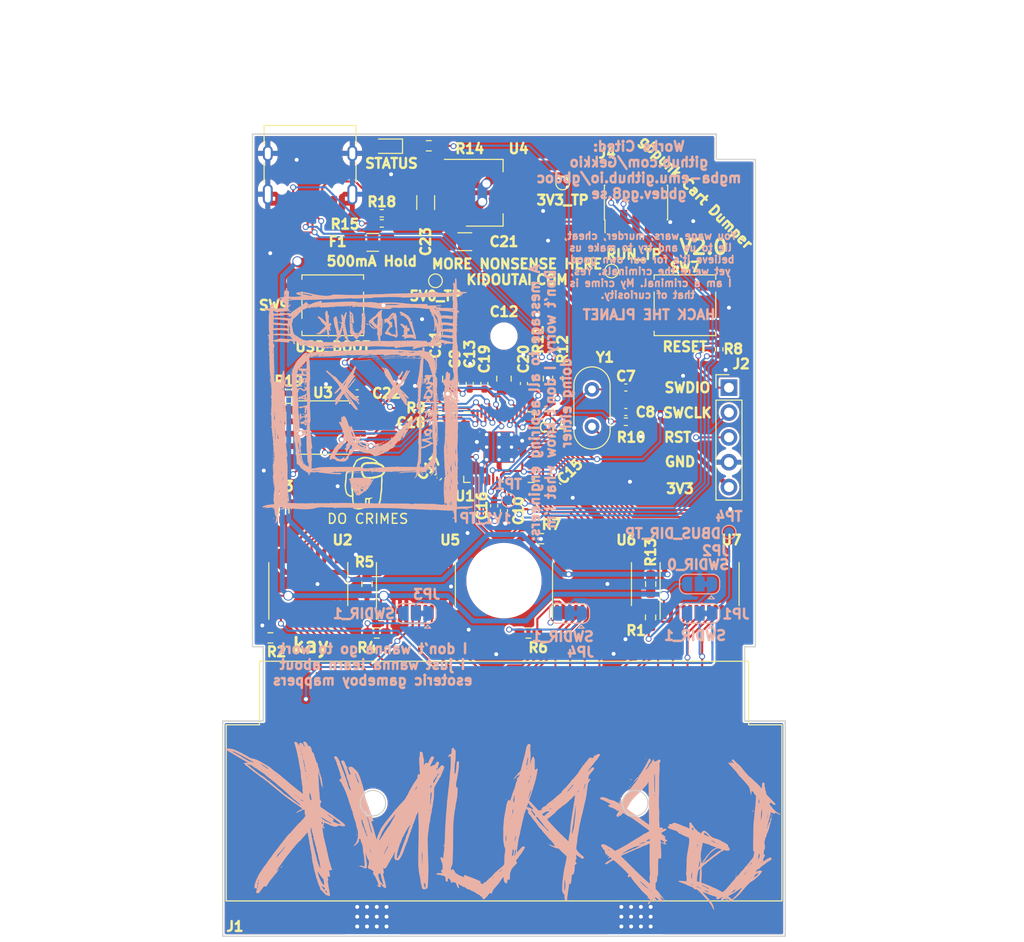
<source format=kicad_pcb>
(kicad_pcb (version 20211014) (generator pcbnew)
  (title_block (title "GB-BRK-CART") (rev "v4.0") (company "https://gekkio.fi"))
  (layers (0 "F.Cu" signal) (31 "B.Cu" signal) (34 "B.Paste" user) (35 "F.Paste" user) (36 "B.SilkS" user "B.Silkscreen") (37 "F.SilkS" user "F.Silkscreen") (38 "B.Mask" user) (39 "F.Mask" user) (44 "Edge.Cuts" user))
  (net 0 "")
  (net 1 "Net-(C7-Pad1)")
  (net 2 "GND")
  (net 3 "Net-(C8-Pad1)")
  (net 4 "+1V1")
  (net 5 "VBUS")
  (net 6 "Net-(D1-Pad1)")
  (net 7 "+5V")
  (net 8 "/CLK")
  (net 9 "/~{WR}")
  (net 10 "/~{RD}")
  (net 11 "/~{CS}")
  (net 12 "/A0")
  (net 13 "/A1")
  (net 14 "/A2")
  (net 15 "/A3")
  (net 16 "/A4")
  (net 17 "/A5")
  (net 18 "/A6")
  (net 19 "/A7")
  (net 20 "/A8")
  (net 21 "/A9")
  (net 22 "/A10")
  (net 23 "/A11")
  (net 24 "/A12")
  (net 25 "/A13")
  (net 26 "/A14")
  (net 27 "/A15")
  (net 28 "/D0")
  (net 29 "/D1")
  (net 30 "/D2")
  (net 31 "/D3")
  (net 32 "/D4")
  (net 33 "/D5")
  (net 34 "/D6")
  (net 35 "/D7")
  (net 36 "/RST")
  (net 37 "Net-(J1-Pad31)")
  (net 38 "/SWDIO")
  (net 39 "/SWCLK")
  (net 43 "/RUN")
  (net 44 "Net-(P1-PadA5)")
  (net 45 "/USB_DP")
  (net 46 "/USB_DM")
  (net 50 "Net-(R1-Pad1)")
  (net 51 "/~{QSPI_CS}")
  (net 52 "/~{USB_BOOT}")
  (net 53 "Net-(R10-Pad2)")
  (net 54 "Net-(R11-Pad2)")
  (net 55 "Net-(R12-Pad2)")
  (net 56 "/QSPI_D3")
  (net 57 "/QSPI_CLK")
  (net 58 "/QSPI_D0")
  (net 59 "/QSPI_D2")
  (net 60 "/QSPI_D1")
  (net 61 "Net-(R3-Pad1)")
  (net 62 "Net-(R4-Pad1)")
  (net 63 "Net-(R5-Pad1)")
  (net 64 "Net-(R6-Pad1)")
  (net 65 "Net-(R7-Pad1)")
  (net 66 "Net-(R13-Pad1)")
  (net 67 "/CLK_L")
  (net 68 "/~{WR_L}")
  (net 69 "/~{RD_L}")
  (net 70 "/~{CS_L}")
  (net 71 "/A0_L")
  (net 72 "/A1_L")
  (net 73 "/A2_L")
  (net 74 "/A3_L")
  (net 75 "/A4_L")
  (net 76 "/A5_L")
  (net 77 "/A6_L")
  (net 78 "/A7_L")
  (net 79 "/A8_L")
  (net 80 "/A9_L")
  (net 81 "/A10_L")
  (net 82 "/A11_L")
  (net 83 "/A12_L")
  (net 84 "/A13_L")
  (net 85 "/A14_L")
  (net 86 "/A15_L")
  (net 87 "/RST_L")
  (net 88 "/D0_L")
  (net 89 "/D1_L")
  (net 90 "/D2_L")
  (net 91 "/D3_L")
  (net 92 "/D4_L")
  (net 93 "/D5_L")
  (net 94 "/D6_L")
  (net 95 "/D7_L")
  (net 96 "+3.3V")
  (net 97 "Net-(R14-Pad2)")
  (net 98 "Net-(JP1-Pad1)")
  (net 99 "Net-(JP2-Pad1)")
  (net 100 "Net-(JP3-Pad1)")
  (net 101 "Net-(JP4-Pad1)")
  (net 102 "unconnected-(R15-Pad1)")
  (footprint "Gekkio_MountingHole:MountingHole_7.2mm" (layer "F.Cu") (at 100 84.65)
    (fp_text reference "MK1" hide)
    (fp_text value "DNF" hide)
  )
  (footprint "Gekkio_MountingHole:MountingHole_2.3mm" (layer "F.Cu") (at 100 59.65)
    (fp_text reference "MK2" hide)
    (fp_text value "DNF" hide)
  )
  (footprint "Capacitor_SMD:C_0402_1005Metric_Pad0.74x0.62mm_HandSolder" (layer "F.Cu") (at 102.04 64.5 90)
    (fp_text reference "C20")
    (fp_text value "100nF" hide)
  )
  (footprint "Capacitor_SMD:C_0402_1005Metric_Pad0.74x0.62mm_HandSolder" (layer "F.Cu") (at 96.5 64.5 90)
    (fp_text reference "C13")
    (fp_text value "100nF" hide)
  )
  (footprint "Package_SO:TSSOP-24_4.4x7.8mm_P0.65mm" (layer "F.Cu") (at 120 85 90)
    (fp_text reference "U7")
    (fp_text value "SN74LVC4245A" hide)
  )
  (footprint "Capacitor_SMD:C_0402_1005Metric_Pad0.74x0.62mm_HandSolder" (layer "F.Cu") (at 93.28 74.03 -135)
    (fp_text reference "C17")
    (fp_text value "100nF" hide)
  )
  (footprint "Capacitor_SMD:C_0402_1005Metric_Pad0.74x0.62mm_HandSolder" (layer "F.Cu") (at 105 67.5)
    (fp_text reference "C14")
    (fp_text value "100nF" hide)
  )
  (footprint "Capacitor_SMD:C_0402_1005Metric_Pad0.74x0.62mm_HandSolder" (layer "F.Cu") (at 85 65.5)
    (fp_text reference "C22")
    (fp_text value "100nF" hide)
  )
  (footprint "Resistor_SMD:R_0402_1005Metric_Pad0.72x0.64mm_HandSolder" (layer "F.Cu") (at 93.4625 67 180)
    (fp_text reference "R9")
    (fp_text value "1k" hide)
  )
  (footprint "Resistor_SMD:R_0603_1608Metric_Pad0.98x0.95mm_HandSolder" (layer "F.Cu") (at 115 85 -90)
    (fp_text reference "R13")
    (fp_text value "1k" hide)
  )
  (footprint "Resistor_SMD:R_0603_1608Metric_Pad0.98x0.95mm_HandSolder" (layer "F.Cu") (at 102.5 90 180)
    (fp_text reference "R6")
    (fp_text value "1k" hide)
  )
  (footprint "Capacitor_SMD:C_1206_3216Metric_Pad1.33x1.80mm_HandSolder" (layer "F.Cu") (at 96 50)
    (fp_text reference "C21")
    (fp_text value "10uF" hide)
  )
  (footprint "TestPoint:TestPoint_Pad_D1.0mm" (layer "F.Cu") (at 111 53)
    (fp_text reference "TP2" hide)
    (fp_text value "RUN_TP")
  )
  (footprint "Capacitor_SMD:C_0805_2012Metric_Pad1.18x1.45mm_HandSolder" (layer "F.Cu") (at 93 64 90)
    (fp_text reference "C11")
    (fp_text value "1uF" hide)
  )
  (footprint "gbpunk:sussy" (layer "F.Cu") (at 85.8 74.68)
    (fp_text reference "G***" hide)
    (fp_text value "LOGO" hide)
  )
  (footprint "Resistor_SMD:R_0603_1608Metric_Pad0.98x0.95mm_HandSolder" (layer "F.Cu") (at 103.5 64 -90)
    (fp_text reference "R11")
    (fp_text value "27" hide)
  )
  (footprint "Connector_PinHeader_1.27mm:PinHeader_2x05_P1.27mm_Vertical_SMD" (layer "F.Cu") (at 113.5 46 90)
    (fp_text reference "J4")
    (fp_text value "SWD_CONNECTOR" hide)
  )
  (footprint "Resistor_SMD:R_0402_1005Metric_Pad0.72x0.64mm_HandSolder" (layer "F.Cu") (at 78 65.5 180)
    (fp_text reference "R19")
    (fp_text value "10k" hide)
  )
  (footprint "Resistor_SMD:R_0603_1608Metric_Pad0.98x0.95mm_HandSolder" (layer "F.Cu") (at 105.5 64 -90)
    (fp_text reference "R12")
    (fp_text value "27" hide)
  )
  (footprint "Crystal:Crystal_HC52-8mm_Vertical" (layer "F.Cu") (at 109 68.9 90)
    (fp_text reference "Y1")
    (fp_text value "12MHz" hide)
  )
  (footprint "Button_Switch_SMD:SW_SPST_EVPBF" (layer "F.Cu") (at 82.5 56.5)
    (fp_text reference "SW9")
    (fp_text value "USB_BOOT")
  )
  (footprint "gbpunk:gbpunk_aliexpress_gb_connector" (layer "F.Cu") (at 100.01 90.39 180)
    (fp_text reference "J1")
    (fp_text value "CART" hide)
    (fp_circle (center 13.4 -17) (end 13.4 -18.3) (layer "Edge.Cuts") (width 0.12) (fill none))
    (fp_circle (center -13.4 -17) (end -12.1 -17) (layer "Edge.Cuts") (width 0.12) (fill none))
  )
  (footprint "Connector_USB:USB_C_Receptacle_HRO_TYPE-C-31-M-12" (layer "F.Cu") (at 80.18 42.02 180)
    (fp_text reference "P1" hide)
    (fp_text value "USB_C_CONNECTOR" hide)
  )
  (footprint "TestPoint:TestPoint_Pad_D1.0mm" (layer "F.Cu") (at 106 44)
    (fp_text reference "TP3" hide)
    (fp_text value "3V3_TP")
  )
  (footprint "Connector_PinHeader_2.54mm:PinHeader_1x05_P2.54mm_Vertical" (layer "F.Cu") (at 123 64.925)
    (fp_text reference "J2")
    (fp_text value "SWD_CONNECTOR" hide)
  )
  (footprint "Capacitor_SMD:C_0402_1005Metric_Pad0.74x0.62mm_HandSolder" (layer "F.Cu") (at 112.46 67.41 180)
    (fp_text reference "C8")
    (fp_text value "27pF" hide)
  )
  (footprint "Resistor_SMD:R_0603_1608Metric_Pad0.98x0.95mm_HandSolder" (layer "F.Cu") (at 86 85 -90)
    (fp_text reference "R5")
    (fp_text value "1k" hide)
  )
  (footprint "Capacitor_SMD:C_0402_1005Metric_Pad0.74x0.62mm_HandSolder" (layer "F.Cu") (at 99 77 -90)
    (fp_text reference "C16")
    (fp_text value "100nF" hide)
  )
  (footprint "Package_SO:TSSOP-24_4.4x7.8mm_P0.65mm" (layer "F.Cu") (at 109 85 90)
    (fp_text reference "U6")
    (fp_text value "SN74LVC4245A" hide)
  )
  (footprint "Capacitor_SMD:C_0402_1005Metric_Pad0.74x0.62mm_HandSolder" (layer "F.Cu") (at 105.5 75 -45)
    (fp_text reference "C15")
    (fp_text value "100nF" hide)
  )
  (footprint "Resistor_SMD:R_0402_1005Metric_Pad0.72x0.64mm_HandSolder" (layer "F.Cu") (at 87.51 47.1)
    (fp_text reference "R18")
    (fp_text value "56k" hide)
  )
  (footprint "Resistor_SMD:R_0402_1005Metric_Pad0.72x0.64mm_HandSolder" (layer "F.Cu") (at 87.51 48.13)
    (fp_text reference "R15")
    (fp_text value "56k" hide)
  )
  (footprint "Package_SO:SOIC-8_5.23x5.23mm_P1.27mm" (layer "F.Cu") (at 81.5 69)
    (fp_text reference "U3")
    (fp_text value "W25Q128JVS" hide)
  )
  (footprint "Resistor_SMD:R_0603_1608Metric_Pad0.98x0.95mm_HandSolder" (layer "F.Cu") (at 103.81 80.36 180)
    (fp_text reference "R7")
    (fp_text value "1k" hide)
  )
  (footprint "Resistor_SMD:R_0603_1608Metric_Pad0.98x0.95mm_HandSolder" (layer "F.Cu") (at 114.99 88.41 -90)
    (fp_text reference "R1")
    (fp_text value "1k" hide)
  )
  (footprint "Button_Switch_SMD:SW_SPST_EVPBF" (layer "F.Cu") (at 118.5 56.5)
    (fp_text reference "SW7")
    (fp_text value "RESET")
  )
  (footprint "Capacitor_SMD:C_0402_1005Metric_Pad0.74x0.62mm_HandSolder" (layer "F.Cu") (at 98 64.5 90)
    (fp_text reference "C19")
    (fp_text value "100nF" hide)
  )
  (footprint "Package_TO_SOT_SMD:SOT-223-3_TabPin2" (layer "F.Cu") (at 98 45)
    (fp_text reference "U4")
    (fp_text value "NCP1117-3.3_SOT223" hide)
  )
  (footprint "Package_SO:TSSOP-24_4.4x7.8mm_P0.65mm" (layer "F.Cu") (at 80 85 90)
    (fp_text reference "U2")
    (fp_text value "SN74LVC4245A" hide)
  )
  (footprint "Resistor_SMD:R_0603_1608Metric_Pad0.98x0.95mm_HandSolder" (layer "F.Cu") (at 76.1275 90.5 180)
    (fp_text reference "R2")
    (fp_text value "1k" hide)
  )
  (footprint "Package_SO:TSSOP-24_4.4x7.8mm_P0.65mm" (layer "F.Cu") (at 91 85 90)
    (fp_text reference "U5")
    (fp_text value "SN74LVC4245A" hide)
  )
  (footprint "Resistor_SMD:R_0402_1005Metric_Pad0.72x0.64mm_HandSolder" (layer "F.Cu") (at 122 61 -90)
    (fp_text reference "R8")
    (fp_text value "10k" hide)
  )
  (footprint "gbpunk:RP2040-QFN-56" (layer "F.Cu") (at 99.5 71)
    (fp_text reference "U1")
    (fp_text value "RP2040" hide)
  )
  (footprint "Resistor_SMD:R_0603_1608Metric_Pad0.98x0.95mm_HandSolder" (layer "F.Cu") (at 87 90 180)
    (fp_text reference "R4")
    (fp_text value "1k" hide)
  )
  (footprint "Capacitor_SMD:C_0402_1005Metric_Pad0.74x0.62mm_HandSolder" (layer "F.Cu") (at 112.46 64.91)
    (fp_text reference "C7")
    (fp_text value "27pF" hide)
  )
  (footprint "TestPoint:TestPoint_Pad_D1.0mm" (layer "F.Cu") (at 93 54)
    (fp_text reference "TP5" hide)
    (fp_text value "5V0_TP")
  )
  (footprint "Capacitor_SMD:C_0402_1005Metric_Pad0.74x0.62mm_HandSolder" (layer "F.Cu") (at 93.5 68 180)
    (fp_text reference "C18")
    (fp_text value "100nF" hide)
  )
  (footprint "LED_SMD:LED_0603_1608Metric_Pad1.05x0.95mm_HandSolder" (layer "F.Cu") (at 87.97 40.24 180)
    (fp_text reference "D1" hide)
    (fp_text value "STATUS")
  )
  (footprint "Fuse:Fuse_1206_3216Metric_Pad1.42x1.75mm_HandSolder" (layer "F.Cu") (at 86.59 50.07 180)
    (fp_text reference "F1")
    (fp_text value "500mA Hold")
  )
  (footprint "Capacitor_SMD:C_0402_1005Metric_Pad0.74x0.62mm_HandSolder" (layer "F.Cu") (at 100 77.5 -90)
    (fp_text reference "C10")
    (fp_text value "100nF" hide)
  )
  (footprint "Resistor_SMD:R_0402_1005Metric_Pad0.72x0.64mm_HandSolder" (layer "F.Cu") (at 112.46 68.41 180)
    (fp_text reference "R10")
    (fp_text value "1k" hide)
  )
  (footprint "Capacitor_SMD:C_0402_1005Metric_Pad0.74x0.62mm_HandSolder" (layer "F.Cu") (at 95 64.5 90)
    (fp_text reference "C9")
    (fp_text value "100nF" hide)
  )
  (footprint "Capacitor_SMD:C_0805_2012Metric_Pad1.18x1.45mm_HandSolder" (layer "F.Cu") (at 100 64 90)
    (fp_text reference "C12")
    (fp_text value "1uF" hide)
  )
  (footprint "Resistor_SMD:R_0603_1608Metric_Pad0.98x0.95mm_HandSolder" (layer "F.Cu") (at 92.315 40.2)
    (fp_text reference "R14")
    (fp_text value "330" hide)
  )
  (footprint "Resistor_SMD:R_0603_1608Metric_Pad0.98x0.95mm_HandSolder" (layer "F.Cu") (at 77.5 77.5 90)
    (fp_text reference "R3")
    (fp_text value "1k" hide)
  )
  (footprint "Capacitor_SMD:C_1206_3216Metric_Pad1.33x1.80mm_HandSolder" (layer "F.Cu") (at 92 46 -90)
    (fp_text reference "C23")
    (fp_text value "10uF" hide)
  )
  (footprint "Jumper:SolderJumper-3_P1.3mm_Bridged12_RoundedPad1.0x1.5mm" (layer "B.Cu") (at 120 88 180)
    (fp_text reference "JP1")
    (fp_text value "SWDIR_1")
  )
  (footprint "TestPoint:TestPoint_Pad_D1.0mm" (layer "B.Cu") (at 123.01 79.69 180)
    (fp_text reference "TP4")
    (fp_text value "DBUS_DIR_TP")
  )
  (footprint "gbpunk:cart" (layer "B.Cu") (at 86.05 66.34 180)
    (fp_text reference "G***" hide)
    (fp_text value "LOGO" hide)
  )
  (footprint "Jumper:SolderJumper-3_P1.3mm_Bridged12_RoundedPad1.0x1.5mm" (layer "B.Cu") (at 91 88 180)
    (fp_text reference "JP3")
    (fp_text value "SWDIR_1")
  )
  (footprint "gbpunk:logo" (layer "B.Cu") (at 99.825453 109.643315 180)
    (fp_text reference "G***" hide)
    (fp_text value "LOGO" hide)
  )
  (footprint "Jumper:SolderJumper-3_P1.3mm_Bridged12_RoundedPad1.0x1.5mm" (layer "B.Cu") (at 106.7 88 180)
    (fp_text reference "JP4")
    (fp_text value "SWDIR_1")
  )
  (footprint "Jumper:SolderJumper-3_P1.3mm_Bridged12_RoundedPad1.0x1.5mm" (layer "B.Cu") (at 120 85 180)
    (fp_text reference "JP2")
    (fp_text value "SWDIR_0")
  )
  (footprint "TestPoint:TestPoint_Pad_D1.0mm" (layer "B.Cu") (at 100.46 76.42 180)
    (fp_text reference "TP1")
    (fp_text value "1V1_TP")
  )
  (gr_rect (start 78.4 45.08) (end 78.5 45.43) (layer "F.Cu") (width 0.1) (fill none))
  (gr_rect (start 80.87 47.06) (end 80.97 46.77) (layer "F.Cu") (width 0.1) (fill none))
  (gr_rect (start 79.39 47.02) (end 79.49 46.74) (layer "F.Cu") (width 0.1) (fill none))
  (gr_line (start 125.7 41.6) (end 121.7 41.6) (layer "Edge.Cuts") (width 0.15))
  (gr_line (start 124.6 91.4) (end 125.7 91.4) (layer "Edge.Cuts") (width 0.15))
  (gr_line (start 121.7 39) (end 121.7 41.6) (layer "Edge.Cuts") (width 0.15))
  (gr_line (start 124.6 99) (end 128.75 99) (layer "Edge.Cuts") (width 0.15))
  (gr_line (start 124.6 99) (end 124.6 91.4) (layer "Edge.Cuts") (width 0.15))
  (gr_line (start 125.7 91.4) (end 125.7 41.6) (layer "Edge.Cuts") (width 0.15))
  (gr_line (start 128.75 121) (end 71.25 121) (layer "Edge.Cuts") (width 0.15))
  (gr_line (start 74.3 39) (end 121.7 39) (layer "Edge.Cuts") (width 0.15))
  (gr_line (start 74.3 91.4) (end 74.3 39) (layer "Edge.Cuts") (width 0.15))
  (gr_line (start 75.4 99) (end 75.4 91.4) (layer "Edge.Cuts") (width 0.15))
  (gr_line (start 128.75 99) (end 128.75 121) (layer "Edge.Cuts") (width 0.15))
  (gr_line (start 71.25 121) (end 71.25 99) (layer "Edge.Cuts") (width 0.15))
  (gr_line (start 71.25 99) (end 75.4 99) (layer "Edge.Cuts") (width 0.15))
  (gr_line (start 75.4 91.4) (end 74.3 91.4) (layer "Edge.Cuts") (width 0.15))
  (gr_text "Works Cited:\ngithub.com/Gekkio\nmgba-emu.github.io/gbdoc\ngbdev.gg8.se" (at 113.792 42.672) (layer "B.SilkS") (effects (font (size 1 1) (thickness 0.25)) (justify mirror)))
  (gr_text "You wage wars, murder, cheat, \nlie to us and try to make us \nbelieve it's for our own good, \nyet we're the criminals. Yes, \nI am a criminal. My crime is \nthat of curiosity." (at 114.7 52.42) (layer "B.SilkS") (effects (font (size 0.75 0.75) (thickness 0.1875)) (justify mirror)))
  (gr_text "HACK THE PLANET" (at 114.84 57.47) (layer "B.SilkS") (effects (font (size 1 1) (thickness 0.25)) (justify mirror)))
  (gr_text "I don't wanna go to work\nI just wanna learn about\nesoteric gameboy mappers" (at 86.57 93.22) (layer "B.SilkS") (effects (font (size 1 1) (thickness 0.25)) (justify mirror)))
  (gr_text "A message to all aspiring engineers:\nDon't worry. I don't know what I'm \ndoing either" (at 104.75 66.48 90) (layer "B.SilkS") (effects (font (size 1 1) (thickness 0.25)) (justify mirror)))
  (gr_text "SWDIO" (at 118.75 64.925) (layer "F.SilkS") (effects (font (size 1 1) (thickness 0.25))))
  (gr_text "GND" (at 118 72.5) (layer "F.SilkS") (effects (font (size 1 1) (thickness 0.25))))
  (gr_text "gbpunk Cart Dumper\n" (at 119.634 44.958 315) (layer "F.SilkS") (effects (font (size 1 1) (thickness 0.25))))
  (gr_text "SWCLK" (at 118.75 67.5) (layer "F.SilkS") (effects (font (size 1 1) (thickness 0.25))))
  (gr_text "MORE NONSENSE HERE\nKIDOUTAI.COM\n" (at 101.346 53.086) (layer "F.SilkS") (effects (font (size 1 1) (thickness 0.25))))
  (gr_text "3V3" (at 118 75.25) (layer "F.SilkS") (effects (font (size 1 1) (thickness 0.25))))
  (gr_text "DO CRIMES" (at 86.08 78.33) (layer "F.SilkS") (effects (font (size 1 1))))
  (gr_text "RST" (at 117.75 70) (layer "F.SilkS") (effects (font (size 1 1) (thickness 0.25))))
  (gr_text "kay" (at 80.25 91.25) (layer "F.SilkS") (effects (font (size 1.5 1.5) (thickness 0.3))))
  (gr_text "V2.0" (at 120.396 50.546) (layer "F.SilkS") (effects (font (size 1.5 1.5) (thickness 0.3))))
  (segment (start 98.9 74.4375) (end 98.9 73.43) (width 0.21) (layer "F.Cu") (net 1))
  (segment (start 111.8925 64.91) (end 111.7025 65.1) (width 0.21) (layer "F.Cu") (net 1))
  (segment (start 111.7025 65.1) (end 109 65.1) (width 0.21) (layer "F.Cu") (net 1))
  (segment (start 98.9 73.43) (end 98.84 73.37) (width 0.21) (layer "F.Cu") (net 1))
  (via (at 98.84 73.37) (size 0.6) (drill 0.4) (layers "F.Cu" "B.Cu") (net 1))
  (segment (start 102.612555 71.227445) (end 102.607445 71.227445) (width 0.21) (layer "B.Cu") (net 1))
  (segment (start 109 65.1) (end 108.74 65.1) (width 0.21) (layer "B.Cu") (net 1))
  (segment (start 108.74 65.1) (end 102.612555 71.227445) (width 0.21) (layer "B.Cu") (net 1))
  (segment (start 100.464889 73.37) (end 98.84 73.37) (width 0.21) (layer "B.Cu") (net 1))
  (segment (start 102.607445 71.227445) (end 100.464889 73.37) (width 0.21) (layer "B.Cu") (net 1))
  (segment (start 105.5675 67.5) (end 106.23 66.8375) (width 0.21) (layer "F.Cu") (net 2))
  (segment (start 76.61 91.895) (end 75.215 90.5) (width 0.21) (layer "F.Cu") (net 2))
  (segment (start 105.65 67.5) (end 107.18 69.03) (width 0.21) (layer "F.Cu") (net 2))
  (segment (start 75.29 89.24) (end 75.3 89.23) (width 0.21) (layer "F.Cu") (net 2))
  (segment (start 100 78.68) (end 100.14 78.82) (width 0.21) (layer "F.Cu") (net 2))
  (segment (start 92.878717 74.451283) (end 90.025 77.305) (width 0.5) (layer "F.Cu") (net 2))
  (segment (start 97.9925 63.9325) (end 96.55 62.49) (width 0.21) (layer "F.Cu") (net 2))
  (segment (start 105.7015 63.93) (end 104.49 63.93) (width 0.21) (layer "F.Cu") (net 2))
  (segment (start 100 78.0675) (end 99.5 78.0675) (width 0.21) (layer "F.Cu") (net 2))
  (segment (start 98.5 73.968665) (end 98.5 74.4375) (width 0.21) (layer "F.Cu") (net 2))
  (segment (start 100 78.0675) (end 100 78.68) (width 0.21) (layer "F.Cu") (net 2))
  (segment (start 99.5 78.0675) (end 99 77.5675) (width 0.21) (layer "F.Cu") (net 2))
  (segment (start 106.23 64.4585) (end 105.7015 63.93) (width 0.21) (layer "F.Cu") (net 2))
  (segment (start 76.61 96.51) (end 76.61 101.74) (width 0.21) (layer "F.Cu") (net 2))
  (segment (start 96.5 62.54) (end 96.5 63.9325) (width 0.21) (layer "F.Cu") (net 2))
  (segment (start 75.29 90.34) (end 75.29 89.24) (width 0.21) (layer "F.Cu") (net 2))
  (segment (start 98.225 73.685) (end 98.220668 73.689332) (width 0.21) (layer "F.Cu") (net 2))
  (segment (start 96.545 62.495) (end 96.5 62.54) (width 0.21) (layer "F.Cu") (net 2))
  (segment (start 98 63.9325) (end 97.9925 63.9325) (width 0.21) (layer "F.Cu") (net 2))
  (segment (start 98.225 72.275) (end 98.225 73.685) (width 0.21) (layer "F.Cu") (net 2))
  (segment (start 98.220668 73.689332) (end 98.5 73.968665) (width 0.21) (layer "F.Cu") (net 2))
  (segment (start 106.23 66.8375) (end 106.23 64.4585) (width 0.21) (layer "F.Cu") (net 2))
  (segment (start 92.878717 74.431283) (end 92.878717 74.451283) (width 0.5) (layer "F.Cu") (net 2))
  (segment (start 102.9275 80.39) (end 102.8975 80.36) (width 0.21) (layer "F.Cu") (net 2))
  (segment (start 105.5675 67.5) (end 105.65 67.5) (width 0.21) (layer "F.Cu") (net 2))
  (segment (start 90.025 77.305) (end 90.025 82.1375) (width 0.5) (layer "F.Cu") (net 2))
  (segment (start 103.78 80.39) (end 102.9275 80.39) (width 0.21) (layer "F.Cu") (net 2))
  (segment (start 76.61 96.51) (end 76.61 91.895) (width 0.21) (layer "F.Cu") (net 2))
  (segment (start 96.55 62.49) (end 96.545 62.495) (width 0.21) (layer "F.Cu") (net 2))
  (via (at 112 118) (size 0.6) (drill 0.4) (layers "F.Cu" "B.Cu") (net 2))
  (via (at 111.21 92.13) (size 0.6) (drill 0.4) (layers "F.Cu" "B.Cu") (net 2))
  (via (at 96.545 62.495) (size 0.6) (drill 0.4) (layers "F.Cu" "B.Cu") (net 2))
  (via (at 97.23 70.47) (size 0.6) (drill 0.4) (layers "F.Cu" "B.Cu") (net 2))
  (via (at 113 120) (size 0.6) (drill 0.4) (layers "F.Cu" "B.Cu") (net 2))
  (via (at 107.03 76.18) (size 0.6) (drill 0.4) (layers "F.Cu" "B.Cu") (net 2))
  (via (at 115 118) (size 0.6) (drill 0.4) (layers "F.Cu" "B.Cu") (net 2))
  (via (at 96.28 79.78) (size 0.6) (drill 0.4) (layers "F.Cu" "B.Cu") (net 2))
  (via (at 104 46.86) (size 0.6) (drill 0.4) (layers "F.Cu" "B.Cu") (net 2))
  (via (at 115 119) (size 0.6) (drill 0.4) (layers "F.Cu" "B.Cu") (net 2))
  (via (at 119.35 47.9) (size 0.6) (drill 0.4) (layers "F.Cu" "B.Cu") (net 2))
  (via (at 114 119) (size 0.6) (drill 0.4) (layers "F.Cu" "B.Cu") (net 2))
  (via (at 87 118) (size 0.6) (drill 0.4) (layers "F.Cu" "B.Cu") (net 2))
  (via (at 123 56.75) (size 0.6) (drill 0.4) (layers "F.Cu" "B.Cu") (net 2))
  (via (at 75.3 89.23) (size 0.6) (drill 0.4) (layers "F.Cu" "B.Cu") (net 2))
  (via (at 86 120) (size 0.6) (drill 0.4) (layers "F.Cu" "B.Cu") (net 2))
  (via (at 87 120) (size 0.6) (drill 0.4) (layers "F.Cu" "B.Cu") (net 2))
  (via (at 104.51 49.89) (size 0.6) (drill 0.4) (layers "F.Cu" "B.Cu") (net 2))
  (via (at 104.49 63.93) (size 0.6) (drill 0.4) (layers "F.Cu" "B.Cu") (net 2))
  (via (at 88 119) (size 0.6) (drill 0.4) (layers "F.Cu" "B.Cu") (net 2))
  (via (at 80.94 85) (size 0.6) (drill 0.4) (layers "F.Cu" "B.Cu") (net 2))
  (via (at 85 118) (size 0.6) (drill 0.4) (layers "F.Cu" "B.Cu") (net 2))
  (via (at 114 118) (size 0.6) (drill 0.4) (layers "F.Cu" "B.Cu") (net 2))
  (via (at 87.68 56.5) (size 0.6) (drill 0.4) (layers "F.Cu" "B.Cu") (net 2))
  (via (at 84.86 81.99) (size 0.6) (drill 0.4) (layers "F.Cu" "B.Cu") (net 2))
  (via (at 91.63 57.92) (size 0.6) (drill 0.4) (layers "F.Cu" "B.Cu") (net 2))
  (via (at 107.18 69.03) (size 0.6) (drill 0.4) (layers "F.Cu" "B.Cu") (net 2))
  (via (at 94.59 85.25) (size 0.6) (drill 0.4) (layers "F.Cu" "B.Cu") (net 2))
  (via (at 88 120) (size 0.6) (drill 0.4) (layers "F.Cu" "B.Cu") (net 2))
  (via (at 76.11 51.18) (size 0.6) (drill 0.4) (layers "F.Cu" "B.Cu") (net 2))
  (via (at 112 119) (size 0.6) (drill 0.4) (layers "F.Cu" "B.Cu") (net 2))
  (via (at 112.88 74.54) (size 0.6) (drill 0.4) (layers "F.Cu" "B.Cu") (net 2))
  (via (at 113 118) (size 0.6) (drill 0.4) (layers "F.Cu" "B.Cu") (net 2))
  (via (at 86 119) (size 0.6) (drill 0.4) (layers "F.Cu" "B.Cu") (net 2))
  (via (at 81.81 64.56) (size 0.6) (drill 0.4) (layers "F.Cu" "B.Cu") (net 2))
  (via (at 96.4 89.66) (size 0.6) (drill 0.4) (layers "F.Cu" "B.Cu") (net 2))
  (via (at 115 120) (size 0.6) (drill 0.4) (layers "F.Cu" "B.Cu") (net 2))
  (via (at 85 119) (size 0.6) (drill 0.4) (layers "F.Cu" "B.Cu") (net 2))
  (via (at 101.86 70.35) (size 0.6) (drill 0.4) (layers "F.Cu" "B.Cu") (net 2))
  (via (at 85 120) (size 0.6) (drill 0.4) (layers "F.Cu" "B.Cu") (net 2))
  (via (at 114 69.92) (size 0.6) (drill 0.4) (layers "F.Cu" "B.Cu") (net 2))
  (via (at 87 119) (size 0.6) (drill 0.4) (layers "F.Cu" "B.Cu") (net 2))
  (via (at 114 120) (size 0.6) (drill 0.4) (layers "F.Cu" "B.Cu") (net 2))
  (via (at 88 118) (size 0.6) (drill 0.4) (layers "F.Cu" "B.Cu") (net 2))
  (via (at 100.14 78.82) (size 0.6) (drill 0.4) (layers "F.Cu" "B.Cu") (net 2))
  (via (at 90.9 64.74) (size 0.6) (drill 0.4) (layers "F.Cu" "B.Cu") (net 2))
  (via (at 122.66 63.11) (size 0.6) (drill 0.4) (layers "F.Cu" "B.Cu") (net 2))
  (via (at 113 119) (size 0.6) (drill 0.4) (layers "F.Cu" "B.Cu") (net 2))
  (via (at 97.71 72.81) (size 0.6) (drill 0.4) (layers "F.Cu" "B.Cu") (net 2))
  (via (at 83 75) (size 0.6) (drill 0.4) (layers "F.Cu" "B.Cu") (net 2))
  (via (at 112 120) (size 0.6) (drill 0.4) (layers "F.Cu" "B.Cu") (net 2))
  (via (at 101.99 61.56) (size 0.6) (drill 0.4) (layers "F.Cu" "B.Cu") (net 2))
  (via (at 75.45 73.4) (size 0.6) (drill 0.4) (layers "F.Cu" "B.Cu") (net 2))
  (via (at 117 48) (size 0.6) (drill 0.4) (layers "F.Cu" "B.Cu") (net 2))
  (via (at 118.31 63.71) (size 0.6) (drill 0.4) (layers "F.Cu" "B.Cu") (net 2))
  (via (at 112.42 90.64) (size 0.6) (drill 0.4) (layers "F.Cu" "B.Cu") (net 2))
  (via (at 88.46 43.11) (size 0.6) (drill 0.4) (layers "F.Cu" "B.Cu") (net 2))
  (via (at 123.13 77.32) (size 0.6) (drill 0.4) (layers "F.Cu" "B.Cu") (net 2))
  (via (at 103.41 57.47) (size 0.6) (drill 0.4) (layers "F.Cu" "B.Cu") (net 2))
  (via (at 86 118) (size 0.6) (drill 0.4) (layers "F.Cu" "B.Cu") (net 2))
  (via (at 78.81 41.63) (size 0.6) (drill 0.4) (layers "F.Cu" "B.Cu") (net 2))
  (via (at 103.78 80.39) (size 0.6) (drill 0.4) (layers "F.Cu" "B.Cu") (net 2))
  (via (at 99.21 92.17) (size 0.6) (drill 0.4) (layers "F.Cu" "B.Cu") (net 2))
  (via (at 110.58 84.99) (size 0.6) (drill 0.4) (layers "F.Cu" "B.Cu") (net 2))
  (segment (start 97.76 71) (end 97.23 70.47) (width 0.5) (layer "B.Cu") (net 2))
  (segment (start 97.71 72.79) (end 97.71 72.81) (width 0.21) (layer "B.Cu") (net 2))
  (segment (start 97.615 69.725) (end 97.615 70.075) (width 0.5) (layer "B.Cu") (net 2))
  (segment (start 101.27 69.76) (end 101.27 68.79117) (width 0.21) (layer "B.Cu") (net 2))
  (segment (start 96.85 70.09) (end 97.23 70.47) (width 0.5) (layer "B.Cu") (net 2))
  (segment (start 100.46 69.7) (end 100.75 69.7) (width 0.5) (layer "B.Cu") (net 2))
  (segment (start 101.27 68.79117) (end 104.49 65.57117) (width 0.21) (layer "B.Cu") (net 2))
  (segment (start 100.775 71) (end 100.775 72.275) (width 0.5) (layer "B.Cu") (net 2))
  (segment (start 99.5 69.725) (end 100.775 71) (width 0.5) (layer "B.Cu") (net 2))
  (segment (start 100.775 69.725) (end 100.775 71) (width 0.5) (layer "B.Cu") (net 2))
  (segment (start 106.7 88) (end 106.7 87.04) (width 0.21) (layer "B.Cu") (net 2))
  (segment (start 98.225 69.725) (end 98.225 71) (width 0.5) (layer "B.Cu") (net 2))
  (segment (start 98.225 72.275) (end 97.71 72.79) (width 0.21) (layer "B.Cu") (net 2))
  (segment (start 98.225 71) (end 98.225 72.275) (width 0.5) (layer "B.Cu") (net 2))
  (segment (start 99.5 71) (end 100.775 71) (width 0.5) (layer "B.Cu") (net 2))
  (segment (start 99.5 71) (end 100.775 69.725) (width 0.5) (layer "B.Cu") (net 2))
  (segment (start 101.21 71) (end 100.775 71) (width 0.5) (layer "B.Cu") (net 2))
  (segment (start 100.75 69.7) (end 100.775 69.725) (width 0.5) (layer "B.Cu") (net 2))
  (segment (start 101.86 70.35) (end 101.21 71) (width 0.5) (layer "B.Cu") (net 2))
  (segment (start 99.5 72.275) (end 100.775 71) (width 0.5) (layer "B.Cu") (net 2))
  (segment (start 100.14 78.82) (end 102.21 78.82) (width 0.21) (layer "B.Cu") (net 2))
  (segment (start 98.225 72.275) (end 98.225 71.465) (width 0.5) (layer "B.Cu") (net 2))
  (segment (start 98.225 71.465) (end 97.76 71) (width 0.5) (layer "B.Cu") (net 2))
  (segment (start 100.775 72.275) (end 99.5 72.275) (width 0.5) (layer "B.Cu") (net 2))
  (segment (start 100.435 69.725) (end 100.46 69.7) (width 0.5) (layer "B.Cu") (net 2))
  (segment (start 97.615 70.075) (end 97.57 70.12) (width 0.5) (layer "B.Cu") (net 2))
  (segment (start 99.5 71) (end 100.775 72.275) (width 0.5) (layer "B.Cu") (net 2))
  (segment (start 106.7 87.04) (end 107.195 86.545) (width 0.21) (layer "B.Cu") (net 2))
  (segment (start 101.86 70.35) (end 101.27 69.76) (width 0.21) (layer "B.Cu") (net 2))
  (segment (start 91 87.04) (end 91.345 86.695) (width 0.21) (layer "B.Cu") (net 2))
  (segment (start 96.885 69.725) (end 96.85 69.76) (width 0.5) (layer "B.Cu") (net 2))
  (segment (start 99.5 71) (end 99.5 69.725) (width 0.5) (layer "B.Cu") (net 2))
  (segment (start 107.195 86.545) (end 108.325 86.545) (width 0.21) (layer "B.Cu") (net 2))
  (segment (start 96.85 69.76) (end 96.85 70.09) (width 0.5) (layer "B.Cu") (net 2))
  (segment (start 108.325 86.545) (end 112.42 90.64) (width 0.21) (layer "B.Cu") (net 2))
  (segment (start 99.5 69.725) (end 100.435 69.725) (width 0.5) (layer "B.Cu") (net 2))
  (segment (start 104.49 65.57117) (end 104.49 63.93) (width 0.21) (layer "B.Cu") (net 2))
  (segment (start 93.435 86.695) (end 96.4 89.66) (width 0.21) (layer "B.Cu") (net 2))
  (segment (start 99.5 72.275) (end 99.5 71) (width 0.5) (layer "B.Cu") (net 2))
  (segment (start 97.615 69.725) (end 96.885 69.725) (width 0.5) (layer "B.Cu") (net 2))
  (segment (start 98.225 71) (end 97.76 71) (width 0.5) (layer "B.Cu") (net 2))
  (segment (start 91 88) (end 91 87.04) (width 0.21) (layer "B.Cu") (net 2))
  (segment (start 98.225 69.725) (end 97.615 69.725) (width 0.5) (layer "B.Cu") (net 2))
  (segment (start 91.345 86.695) (end 93.435 86.695) (width 0.21) (layer "B.Cu") (net 2))
  (segment (start 102.21 78.82) (end 103.78 80.39) (width 0.21) (layer "B.Cu") (net 2))
  (segment (start 111.8175 69.65) (end 109.75 69.65) (width 0.21) (layer "F.Cu") (net 3))
  (segment (start 109.75 69.65) (end 109 68.9) (width 0.21) (layer "F.Cu") (net 3))
  (segment (start 113.0275 68.38) (end 113.0575 68.41) (width 0.21) (layer "F.Cu") (net 3))
  (segment (start 113.0575 68.41) (end 111.8175 69.65) (width 0.21) (layer "F.Cu") (net 3))
  (segment (start 113.0275 67.41) (end 113.0275 68.38) (width 0.21) (layer "F.Cu") (net 3))
  (segment (start 100 76.9325) (end 100.1425 76.9325) (width 0.21) (layer "F.Cu") (net 4))
  (segment (start 99.3 66.755059) (end 99.189339 66.644398) (width 0.21) (layer "F.Cu") (net 4))
  (segment (start 99.3 67.5625) (end 99.3 68.17117) (width 0.21) (layer "F.Cu") (net 4))
  (segment (start 100 76.9325) (end 100 75.94) (width 0.21) (layer "F.Cu") (net 4))
  (segment (start 100.1 76.8325) (end 100 76.9325) (width 0.21) (layer "F.Cu") (net 4))
  (segment (start 101.3 67.5625) (end 101.3 67) (width 0.21) (layer "F.Cu") (net 4))
  (segment (start 100 75.94) (end 99.93 75.87) (width 0.21) (layer "F.Cu") (net 4))
  (segment (start 94.97 65.0375) (end 95 65.0675) (width 0.21) (layer "F.Cu") (net 4))
  (segment (start 99.3 67.5625) (end 99.3 66.755059) (width 0.21) (layer "F.Cu") (net 4))
  (segment (start 93 65.0375) (end 94.97 65.0375) (width 0.21) (layer "F.Cu") (net 4))
  (segment (start 101.3 67) (end 100.74 66.44) (width 0.21) (layer "F.Cu") (net 4))
  (segment (start 95 65.0675) (end 95.2975 65.0675) (width 0.21) (layer "F.Cu") (net 4))
  (segment (start 93 65.0375) (end 93.7375 65.0375) (width 0.21) (layer "F.Cu") (net 4))
  (segment (start 99.3 68.17117) (end 99.740443 68.611613) (width 0.21) (layer "F.Cu") (net 4))
  (segment (start 99.740443 68.611613) (end 99.740443 68.869557) (width 0.21) (layer "F.Cu") (net 4))
  (segment (start 93.7375 65.0375) (end 94.26 65.56) (width 0.21) (layer "F.Cu") (net 4))
  (segment (start 100.1 74.4375) (end 100.1 76.8325) (width 0.21) (layer "F.Cu") (net 4))
  (segment (start 95.2975 65.0675) (end 95.78 65.55) (width 0.21) (layer "F.Cu") (net 4))
  (via (at 95.78 65.55) (size 0.6) (drill 0.4) (layers "F.Cu" "B.Cu") (net 4))
  (via (at 100.74 66.44) (size 0.6) (drill 0.4) (layers "F.Cu" "B.Cu") (net 4))
  (via (at 99.93 75.87) (size 0.6) (drill 0.4) (layers "F.Cu" "B.Cu") (net 4))
  (via (at 94.26 65.56) (size 0.6) (drill 0.4) (layers "F.Cu" "B.Cu") (net 4))
  (via (at 99.740443 68.869557) (size 0.6) (drill 0.4) (layers "F.Cu" "B.Cu") (net 4))
  (via (at 99.189339 66.644398) (size 0.6) (drill 0.4) (layers "F.Cu" "B.Cu") (net 4))
  (segment (start 98.111 75.771546) (end 98.759454 76.42) (width 0.21) (layer "B.Cu") (net 4))
  (segment (start 99.740443 68.869557) (end 99.390443 68.869557) (width 0.21) (layer "B.Cu") (net 4))
  (segment (start 99.390443 68.869557) (end 98.92 69.34) (width 0.21) (layer "B.Cu") (net 4))
  (segment (start 95.78 65.47) (end 96.31 64.94) (width 0.21) (layer "B.Cu") (net 4))
  (segment (start 98.759454 76.42) (end 100.46 76.42) (width 0.21) (layer "B.Cu") (net 4))
  (segment (start 99.86 65.56) (end 100.74 66.44) (width 0.21) (layer "B.Cu") (net 4))
  (segment (start 98.92 72.37) (end 98.28 73.01) (width 0.21) (layer "B.Cu") (net 4))
  (segment (start 99.189339 66.644398) (end 99.189339 65.839339) (width 0.21) (layer "B.Cu") (net 4))
  (segment (start 96.31 64.94) (end 98.29 64.94) (width 0.21) (layer "B.Cu") (net 4))
  (segment (start 98.91 65.56) (end 99.86 65.56) (width 0.21) (layer "B.Cu") (net 4))
  (segment (start 98.28 74.8) (end 98.111 74.969) (width 0.21) (layer "B.Cu") (net 4))
  (segment (start 98.28 73.01) (end 98.28 74.8) (width 0.21) (layer "B.Cu") (net 4))
  (segment (start 99.93 75.89) (end 100.46 76.42) (width 0.21) (layer "B.Cu") (net 4))
  (segment (start 95.78 65.55) (end 95.78 65.47) (width 0.21) (layer "B.Cu") (net 4))
  (segment (start 98.111 74.969) (end 98.111 75.771546) (width 0.21) (layer "B.Cu") (net 4))
  (segment (start 99.189339 65.839339) (end 98.91 65.56) (width 0.21) (layer "B.Cu") (net 4))
  (segment (start 98.29 64.94) (end 98.91 65.56) (width 0.21) (layer "B.Cu") (net 4))
  (segment (start 94.26 65.56) (end 94.88 64.94) (width 0.21) (layer "B.Cu") (net 4))
  (segment (start 98.92 69.34) (end 98.92 72.37) (width 0.21) (layer "B.Cu") (net 4))
  (segment (start 94.88 64.94) (end 96.31 64.94) (width 0.21) (layer "B.Cu") (net 4))
  (segment (start 99.93 75.87) (end 99.93 75.89) (width 0.21) (layer "B.Cu") (net 4))
  (segment (start 82.63 46.065) (end 82.63 47.5975) (width 0.5) (layer "F.Cu") (net 5))
  (segment (start 77.73 46.065) (end 77.73 48.4) (width 0.5) (layer "F.Cu") (net 5))
  (segment (start 82.63 47.5975) (end 85.1025 50.07) (width 1) (layer "F.Cu") (net 5))
  (segment (start 79.4 50.07) (end 77.73 48.4) (width 1) (layer "F.Cu") (net 5))
  (segment (start 85.1025 50.07) (end 79.4 50.07) (width 1) (layer "F.Cu") (net 5))
  (segment (start 91.3625 40.24) (end 91.4025 40.2) (width 0.21) (layer "F.Cu") (net 6))
  (segment (start 88.845 40.24) (end 91.3625 40.24) (width 0.21) (layer "F.Cu") (net 6))
  (segment (start 85.9975 52.15) (end 79.03 52.15) (width 1) (layer "F.Cu") (net 7))
  (segment (start 88.1475 50) (end 88.0775 50.07) (width 1) (layer "F.Cu") (net 7))
  (segment (start 96.4 47.3) (end 97.78 45.92) (width 1) (layer "F.Cu") (net 7))
  (segment (start 100.07 42.2) (end 116.705 42.2) (width 1) (layer "F.Cu") (net 7))
  (segment (start 124.71 89.83) (end 124.9 89.64) (width 1) (layer "F.Cu") (net 7))
  (segment (start 105.425 87.8625) (end 105.425 88.275) (width 0.21) (layer "F.Cu") (net 7))
  (segment (start 124.9 50.395) (end 124.9 52.78) (width 1) (layer "F.Cu") (net 7))
  (segment (start 123.41 96.51) (end 123.41 91.13) (width 1) (layer "F.Cu") (net 7))
  (segment (start 116.35 87.7875) (end 116.425 87.8625) (width 0.21) (layer "F.Cu") (net 7))
  (segment (start 87.425 86.475) (end 87.71 86.19) (width 0.21) (layer "F.Cu") (net 7))
  (segment (start 87.425 87.8625) (end 87.425 86.475) (width 0.21) (layer "F.Cu") (net 7))
  (segment (start 124.9 89.64) (end 124.9 82.44) (width 1) (layer "F.Cu") (net 7))
  (segment (start 88.0775 50.07) (end 85.9975 52.15) (width 1) (layer "F.Cu") (net 7))
  (segment (start 94.85 47.3) (end 96.4 47.3) (width 1) (layer "F.Cu") (net 7))
  (segment (start 116.705 42.2) (end 124.9 50.395) (width 1) (layer "F.Cu") (net 7))
  (segment (start 94.85 49.5875) (end 94.4375 50) (width 1) (layer "F.Cu") (net 7))
  (segment (start 94.4375 50) (end 88.1475 50) (width 1) (layer "F.Cu") (net 7))
  (segment (start 116.35 86.21) (end 116.35 87.7875) (width 0.21) (layer "F.Cu") (net 7))
  (segment (start 124.9 82.44) (end 124.9 52.78) (width 1) (layer "F.Cu") (net 7))
  (segment (start 94.4375 50) (end 93 51.4375) (width 1) (layer "F.Cu") (net 7))
  (segment (start 123.41 91.13) (end 124.71 89.83) (width 1) (layer "F.Cu") (net 7))
  (segment (start 79.03 52.15) (end 78.88 52) (width 1) (layer "F.Cu") (net 7))
  (segment (start 98.2 44.07) (end 100.07 42.2) (width 1) (layer "F.Cu") (net 7))
  (segment (start 94.85 47.3) (end 94.85 49.5875) (width 1) (layer "F.Cu") (net 7))
  (segment (start 76.425 87.8625) (end 76.45 87.8375) (width 0.21) (layer "F.Cu") (net 7))
  (segment (start 105.425 88.275) (end 104.76 88.94) (width 0.21) (layer "F.Cu") (net 7))
  (segment (start 76.45 86.89) (end 77.15 86.19) (width 0.21) (layer "F.Cu") (net 7))
  (segment (start 77.15 86.19) (end 77.95 86.19) (width 0.21) (layer "F.Cu") (net 7))
  (segment (start 93 54) (end 93 51.4375) (width 1) (layer "F.Cu") (net 7))
  (segment (start 76.45 87.8375) (end 76.45 86.89) (width 0.21) (layer "F.Cu") (net 7))
  (via (at 78.88 52) (size 1) (drill 0.8) (layers "F.Cu" "B.Cu") (net 7))
  (via (at 116.35 86.21) (size 1) (drill 0.8) (layers "F.Cu" "B.Cu") (net 7))
  (via (at 98.2 44.07) (size 1) (drill 0.8) (layers "F.Cu" "B.Cu") (net 7))
  (via (at 77.95 86.19) (size 1) (drill 0.8) (layers "F.Cu" "B.Cu") (net 7))
  (via (at 87.71 86.19) (size 1) (drill 0.8) (layers "F.Cu" "B.Cu") (net 7))
  (via (at 104.76 88.94) (size 0.6) (drill 0.4) (layers "F.Cu" "B.Cu") (net 7))
  (via (at 97.78 45.92) (size 1) (drill 0.8) (layers "F.Cu" "B.Cu") (net 7))
  (segment (start 104.76 88.94) (end 104.76 88.64) (width 0.21) (layer "B.Cu") (net 7))
  (segment (start 78.88 52) (end 77.35 53.53) (width 0.5) (layer "B.Cu") (net 7))
  (segment (start 87.71 86.19) (end 94.25 86.19) (width 0.5) (layer "B.Cu") (net 7))
  (segment (start 105 86.04) (end 116.18 86.04) (width 0.5) (layer "B.Cu") (net 7))
  (segment (start 104.76 88.64) (end 105.4 88) (width 0.21) (layer "B.Cu") (net 7))
  (segment (start 116.18 86.04) (end 116.35 86.21) (width 0.5) (layer "B.Cu") (net 7))
  (segment (start 77.35 53.53) (end 77.35 56.95) (width 0.5) (layer "B.Cu") (net 7))
  (segment (start 77.35 85.59) (end 77.95 86.19) (width 0.5) (layer "B.Cu") (net 7))
  (segment (start 97.78 45.92) (end 97.78 44.49) (width 1) (layer "B.Cu") (net 7))
  (segment (start 105 86.04) (end 105 87.6) (width 0.21) (layer "B.Cu") (net 7))
  (segment (start 77.95 86.19) (end 87.71 86.19) (width 0.5) (layer "B.Cu") (net 7))
  (segment (start 118.7 85) (end 117.56 85) (width 0.21) (layer "B.Cu") (net 7))
  (segment (start 89.7 88) (end 89.52 88) (width 0.21) (layer "B.Cu") (net 7))
  (segment (start 102.28 88.76) (end 105 86.04) (width 0.5) (layer "B.Cu") (net 7))
  (segment (start 94.25 86.19) (end 96.25 88.19) (width 0.5) (layer "B.Cu") (net 7))
  (segment (start 96.82 88.76) (end 101.3 88.76) (width 0.5) (layer "B.Cu") (net 7))
  (segment (start 117.56 85) (end 116.35 86.21) (width 0.21) (layer "B.Cu") (net 7))
  (segment (start 105 87.6) (end 105.4 88) (width 0.21) (layer "B.Cu") (net 7))
  (segment (start 77.35 56.95) (end 77.35 85.59) (width 0.5) (layer "B.Cu") (net 7))
  (segment (start 89.52 88) (end 87.71 86.19) (width 0.21) (layer "B.Cu") (net 7))
  (segment (start 97.78 44.49) (end 98.2 44.07) (width 1) (layer "B.Cu") (net 7))
  (segment (start 101.3 88.76) (end 102.28 88.76) (width 0.5) (layer "B.Cu") (net 7))
  (segment (start 96.25 88.19) (end 96.82 88.76) (width 0.5) (layer "B.Cu") (net 7))
  (segment (start 121.76 89.64) (end 122.275 89.125) (width 0.21) (layer "F.Cu") (net 8))
  (segment (start 122.275 89.125) (end 122.275 87.8625) (width 0.21) (layer "F.Cu") (net 8))
  (segment (start 121.76 96.76) (end 121.76 89.64) (width 0.21) (layer "F.Cu") (net 8))
  (segment (start 120.28 90.95) (end 120.26 90.97) (width 0.21) (layer "F.Cu") (net 9))
  (segment (start 121.625 87.8625) (end 121.625 88.465) (width 0.21) (layer "F.Cu") (net 9))
  (segment (start 120.26 90.97) (end 120.26 92.4) (width 0.21) (layer "F.Cu") (net 9))
  (segment (start 121.625 87.8625) (end 121.625 88.452046) (width 0.21) (layer "F.Cu") (net 9))
  (segment (start 120.26 92.4) (end 120.26 96.76) (width 0.21) (layer "F.Cu") (net 9))
  (segment (start 121.625 88.452046) (end 120.28 89.797046) (width 0.21) (layer "F.Cu") (net 9))
  (segment (start 120.28 89.797046) (end 120.28 90.95) (width 0.21) (layer "F.Cu") (net 9))
  (via (at 120.26 92.4) (size 0.6) (drill 0.4) (layers "F.Cu" "B.Cu") (net 9))
  (segment (start 120 88) (end 120 92.14) (width 0.21) (layer "B.Cu") (net 9))
  (segment (start 120 92.14) (end 120.26 92.4) (width 0.21) (layer "B.Cu") (net 9))
  (segment (start 120.975 87.8625) (end 120.975 88.452046) (width 0.21) (layer "F.Cu") (net 10))
  (segment (start 120.975 88.452046) (end 118.77 90.657046) (width 0.21) (layer "F.Cu") (net 10))
  (segment (start 118.77 90.657046) (end 118.77 91.62) (width 0.21) (layer "F.Cu") (net 10))
  (segment (start 118.76 92.51) (end 118.76 96.76) (width 0.21) (layer "F.Cu") (net 10))
  (segment (start 118.77 91.62) (end 118.76 91.63) (width 0.21) (layer "F.Cu") (net 10))
  (segment (start 118.76 91.63) (end 118.76 92.51) (width 0.21) (layer "F.Cu") (net 10))
  (via (at 118.76 92.51) (size 0.6) (drill 0.4) (layers "F.Cu" "B.Cu") (net 10))
  (segment (start 118.7 92.45) (end 118.76 92.51) (width 0.21) (layer "B.Cu") (net 10))
  (segment (start 118.7 88) (end 118.7 92.45) (width 0.21) (layer "B.Cu") (net 10))
  (segment (start 120.325 88.452046) (end 117.26 91.517046) (width 0.21) (layer "F.Cu") (net 11))
  (segment (start 120.325 87.8625) (end 120.325 88.452046) (width 0.21) (layer "F.Cu") (net 11))
  (segment (start 117.26 91.517046) (end 117.26 96.76) (width 0.21) (layer "F.Cu") (net 11))
  (segment (start 119.675 87.8625) (end 119.675 88.454116) (width 0.21) (layer "F.Cu") (net 12))
  (segment (start 115.76 92.369116) (end 115.76 96.76) (width 0.21) (layer "F.Cu") (net 12))
  (segment (start 119.675 88.454116) (end 115.76 92.369116) (width 0.21) (layer "F.Cu") (net 12))
  (segment (start 119.025 88.595) (end 114.26 93.36) (width 0.21) (layer "F.Cu") (net 13))
  (segment (start 114.26 93.36) (end 114.26 96.74) (width 0.21) (layer "F.Cu") (net 13))
  (segment (start 114.26 96.74) (end 114.26 96.76) (width 0.21) (layer "F.Cu") (net 13))
  (segment (start 119.025 87.8625) (end 119.025 88.595) (width 0.21) (layer "F.Cu") (net 13))
  (segment (start 118.375 88.735) (end 112.76 94.35) (width 0.21) (layer "F.Cu") (net 14))
  (segment (start 118.375 87.8625) (end 118.375 88.735) (width 0.21) (layer "F.Cu") (net 14))
  (segment (start 112.76 94.35) (end 112.76 96.76) (width 0.21) (layer "F.Cu") (net 14))
  (segment (start 113.49 92.7) (end 113.06 92.7) (width 0.21) (layer "F.Cu") (net 15))
  (segment (start 117.725 87.8625) (end 117.725 88.465) (width 0.21) (layer "F.Cu") (net 15))
  (segment (start 111.26 94.5) (end 111.26 96.76) (width 0.21) (layer "F.Cu") (net 15))
  (segment (start 117.725 88.465) (end 113.49 92.7) (width 0.21) (layer "F.Cu") (net 15))
  (segment (start 113.06 92.7) (end 111.26 94.5) (width 0.21) (layer "F.Cu") (net 15))
  (segment (start 111.275 88.452046) (end 111.275 87.8625) (width 0.21) (layer "F.Cu") (net 16))
  (segment (start 109.76 89.967046) (end 111.275 88.452046) (width 0.21) (layer "F.Cu") (net 16))
  (segment (start 109.76 96.76) (end 109.76 89.967046) (width 0.21) (layer "F.Cu") (net 16))
  (segment (start 110.625 87.8625) (end 110.625 88.452046) (width 0.21) (layer "F.Cu") (net 17))
  (segment (start 108.26 90.817046) (end 108.26 96.76) (width 0.21) (layer "F.Cu") (net 17))
  (segment (start 110.625 88.452046) (end 108.26 90.817046) (width 0.21) (layer "F.Cu") (net 17))
  (segment (start 109.975 87.8625) (end 109.975 88.452046) (width 0.21) (layer "F.Cu") (net 18))
  (segment (start 109.975 88.452046) (end 106.76 91.667046) (width 0.21) (layer "F.Cu") (net 18))
  (segment (start 106.76 91.667046) (end 106.76 96.76) (width 0.21) (layer "F.Cu") (net 18))
  (segment (start 109.325 87.8625) (end 109.325 88.452046) (width 0.21) (layer "F.Cu") (net 19))
  (segment (start 109.325 88.452046) (end 105.26 92.517046) (width 0.21) (layer "F.Cu") (net 19))
  (segment (start 105.26 92.517046) (end 105.26 96.76) (width 0.21) (layer "F.Cu") (net 19))
  (segment (start 103.76 93.367046) (end 103.76 96.74) (width 0.21) (layer "F.Cu") (net 20))
  (segment (start 103.76 96.74) (end 103.76 96.76) (width 0.21) (layer "F.Cu") (net 20))
  (segment (start 108.675 88.452046) (end 103.76 93.367046) (width 0.21) (layer "F.Cu") (net 20))
  (segment (start 108.675 87.8625) (end 108.675 88.452046) (width 0.21) (layer "F.Cu") (net 20))
  (segment (start 108.025 87.8625) (end 108.025 88.555) (width 0.21) (layer "F.Cu") (net 21))
  (segment (start 102.26 94.32) (end 102.26 96.76) (width 0.21) (layer "F.Cu") (net 21))
  (segment (start 108.025 88.555) (end 102.26 94.32) (width 0.21) (layer "F.Cu") (net 21))
  (segment (start 107.375 87.8625) (end 107.375 88.452046) (width 0.21) (layer "F.Cu") (net 22))
  (segment (start 100.76 94.5) (end 100.76 96.76) (width 0.21) (layer "F.Cu") (net 22))
  (segment (start 104.088523 91.738523) (end 102.072046 93.755) (width 0.21) (layer "F.Cu") (net 22))
  (segment (start 101.505 93.755) (end 100.76 94.5) (width 0.21) (layer "F.Cu") (net 22))
  (segment (start 102.072046 93.755) (end 101.505 93.755) (width 0.21) (layer "F.Cu") (net 22))
  (segment (start 107.375 88.452046) (end 104.088523 91.738523) (width 0.21) (layer "F.Cu") (net 22))
  (segment (start 103.707046 91.47) (end 103.707046 91.482954) (width 0.21) (layer "F.Cu") (net 23))
  (segment (start 103.707046 91.482954) (end 101.87 93.32) (width 0.21) (layer "F.Cu") (net 23))
  (segment (start 99.26 94.5) (end 99.26 96.76) (width 0.21) (layer "F.Cu") (net 23))
  (segment (start 106.725 88.452046) (end 103.707046 91.47) (width 0.21) (layer "F.Cu") (net 23))
  (segment (start 100.44 93.32) (end 99.26 94.5) (width 0.21) (layer "F.Cu") (net 23))
  (segment (start 101.87 93.32) (end 100.44 93.32) (width 0.21) (layer "F.Cu") (net 23))
  (segment (start 106.725 87.8625) (end 106.725 88.452046) (width 0.21) (layer "F.Cu") (net 23))
  (segment (start 97.76 93.99) (end 97.76 96.76) (width 0.21) (layer "F.Cu") (net 24))
  (segment (start 93.275 89.505) (end 97.76 93.99) (width 0.21) (layer "F.Cu") (net 24))
  (segment (start 93.275 87.8625) (end 93.275 89.505) (width 0.21) (layer "F.Cu") (net 24))
  (segment (start 96.26 93.86) (end 96.26 96.76) (width 0.21) (layer "F.Cu") (net 25))
  (segment (start 92.625 87.8625) (end 92.625 90.225) (width 0.21) (layer "F.Cu") (net 25))
  (segment (start 92.625 90.225) (end 96.26 93.86) (width 0.21) (layer "F.Cu") (net 25))
  (segment (start 94.77 93.78) (end 94.76 93.79) (width 0.21) (layer "F.Cu") (net 26))
  (segment (start 91.975 90.985) (end 94.77 93.78) (width 0.21) (layer "F.Cu") (net 26))
  (segment (start 91.975 87.8625) (end 91.975 90.985) (width 0.21) (layer "F.Cu") (net 26))
  (segment (start 94.76 93.79) (end 94.76 96.76) (width 0.21) (layer "F.Cu") (net 26))
  (segment (start 91.325 91.785) (end 93.26 93.72) (width 0.21) (layer "F.Cu") (net 27))
  (segment (start 91.325 87.8625) (end 91.325 91.785) (width 0.21) (layer "F.Cu") (net 27))
  (segment (start 93.26 93.72) (end 93.26 96.76) (width 0.21) (layer "F.Cu") (net 27))
  (segment (start 91.76 93.61) (end 91.76 96.76) (width 0.21) (layer "F.Cu") (net 28))
  (segment (start 82.275 88.452046) (end 85.242954 91.42) (width 0.21) (layer "F.Cu") (net 28))
  (segment (start 82.275 87.8625) (end 82.275 88.452046) (width 0.21) (layer "F.Cu") (net 28))
  (segment (start 85.242954 91.42) (end 89.57 91.42) (width 0.21) (layer "F.Cu") (net 28))
  (segment (start 89.57 91.42) (end 91.76 93.61) (width 0.21) (layer "F.Cu") (net 28))
  (segment (start 90.26 94.11) (end 90.26 96.74) (width 0.21) (layer "F.Cu") (net 29))
  (segment (start 81.625 88.452046) (end 84.952954 91.78) (width 0.21) (layer "F.Cu") (net 29))
  (segment (start 87.93 91.78) (end 90.26 94.11) (width 0.21) (layer "F.Cu") (net 29))
  (segment (start 81.625 87.8625) (end 81.625 88.452046) (width 0.21) (layer "F.Cu") (net 29))
  (segment (start 90.26 96.74) (end 90.26 96.76) (width 0.21) (layer "F.Cu") (net 29))
  (segment (start 84.952954 91.78) (end 87.93 91.78) (width 0.21) (layer "F.Cu") (net 29))
  (segment (start 84.55 92.14) (end 86.99 92.14) (width 0.21) (layer "F.Cu") (net 30))
  (segment (start 88.76 93.91) (end 88.76 96.76) (width 0.21) (layer "F.Cu") (net 30))
  (segment (start 86.99 92.14) (end 88.76 93.91) (width 0.21) (layer "F.Cu") (net 30))
  (segment (start 80.975 88.565) (end 84.55 92.14) (width 0.21) (layer "F.Cu") (net 30))
  (segment (start 87.26 94.08) (end 87.26 96.76) (width 0.21) (layer "F.Cu") (net 31))
  (segment (start 85.69 92.51) (end 87.26 94.08) (width 0.21) (layer "F.Cu") (net 31))
  (segment (start 80.325 88.465) (end 84.37 92.51) (width 0.21) (layer "F.Cu") (net 31))
  (segment (start 80.325 87.8625) (end 80.325 88.465) (width 0.21) (layer "F.Cu") (net 31))
  (segment (start 84.37 92.51) (end 85.69 92.51) (width 0.21) (layer "F.Cu") (net 31))
  (segment (start 85.76 93.75) (end 85.76 96.76) (width 0.21) (layer "F.Cu") (net 32))
  (segment (start 84.132954 92.91) (end 84.92 92.91) (width 0.21) (layer "F.Cu") (net 32))
  (segment (start 79.675 88.452046) (end 84.132954 92.91) (width 0.21) (layer "F.Cu") (net 32))
  (segment (start 84.92 92.91) (end 85.76 93.75) (width 0.21) (layer "F.Cu") (net 32))
  (segment (start 79.675 87.8625) (end 79.675 88.452046) (width 0.21) (layer "F.Cu") (net 32))
  (segment (start 84.26 93.687046) (end 84.26 96.76) (width 0.21) (layer "F.Cu") (net 33))
  (segment (start 79.025 88.452046) (end 84.26 93.687046) (width 0.21) (layer "F.Cu") (net 33))
  (segment (start 79.025 87.8625) (end 79.025 88.452046) (width 0.21) (layer "F.Cu") (net 33))
  (segment (start 78.375 88.452046) (end 82.76 92.837046) (width 0.21) (layer "F.Cu") (net 34))
  (segment (start 78.375 87.8625) (end 78.375 88.452046) (width 0.21) (layer "F.Cu") (net 34))
  (segment (start 82.76 92.837046) (end 82.76 96.76) (width 0.21) (layer "F.Cu") (net 34))
  (segment (start 77.725 87.8625) (end 77.725 88.452046) (width 0.21) (layer "F.Cu") (net 35))
  (segment (start 81.26 91.987046) (end 81.26 96.76) (width 0.21) (layer "F.Cu") (net 35))
  (segment (start 77.725 88.452046) (end 81.26 91.987046) (width 0.21) (layer "F.Cu") (net 35))
  (segment (start 90.675 87.8625) (end 90.675 89.153503) (width 0.21) (layer "F.Cu") (net 36))
  (segment (start 90.675 89.255) (end 89.1 90.83) (width 0.21) (layer "F.Cu") (net 36))
  (segment (start 90.675 89.153503) (end 90.675 89.255) (width 0.21) (layer "F.Cu") (net 36))
  (via (at 79.76 96.76) (size 0.6) (drill 0.4) (layers "F.Cu" "B.Cu") (net 36))
  (via (at 89.1 90.83) (size 0.6) (drill 0.4) (layers "F.Cu" "B.Cu") (net 36))
  (segment (start 89.1 90.83) (end 86.45 93.48) (width 0.21) (layer "B.Cu") (net 36))
  (segment (start 79.76 94.73) (end 79.76 96.76) (width 0.21) (layer "B.Cu") (net 36))
  (segment (start 86.45 93.48) (end 81.01 93.48) (width 0.21) (layer "B.Cu") (net 36))
  (segment (start 81.01 93.48) (end 79.76 94.73) (width 0.21) (layer "B.Cu") (net 36))
  (segment (start 78.26 91.485) (end 78.26 96.76) (width 0.21) (layer "F.Cu") (net 37))
  (segment (start 77.115 90.34) (end 78.26 91.485) (width 0.21) (layer "F.Cu") (net 37))
  (segment (start 119.864081 62.849081) (end 119.864081 61.664354) (width 0.21) (layer "F.Cu") (net 38))
  (segment (start 102.105274 77.344726) (end 102.25 77.344726) (width 0.21) (layer "F.Cu") (net 38))
  (segment (start 101.898581 77.344726) (end 102.105274 77.344726) (width 0.21) (layer "F.Cu") (net 38))
  (segment (start 123 64.925) (end 121.94 64.925) (width 0.21) (layer "F.Cu") (net 38))
  (segment (start 102.391177 77.344726) (end 102.669087 77.622636) (width 0.21) (layer "F.Cu") (net 38))
  (segment (start 110.96 46.03) (end 110.96 44.05) (width 0.21) (layer "F.Cu") (net 38))
  (segment (start 121.94 64.925) (end 119.864081 62.849081) (width 0.21) (layer "F.Cu") (net 38))
  (segment (start 100.9 76.346145) (end 101.898581 77.344726) (width 0.21) (layer "F.Cu") (net 38))
  (segment (start 100.9 74.4375) (end 100.9 76.346145) (width 0.21) (layer "F.Cu") (net 38))
  (segment (start 102.105274 77.344726) (end 102.391177 77.344726) (width 0.21) (layer "F.Cu") (net 38))
  (via (at 110.96 46.03) (size 0.6) (drill 0.4) (layers "F.Cu" "B.Cu") (net 38))
  (via (at 102.669087 77.622636) (size 0.6) (drill 0.4) (layers "F.Cu" "B.Cu") (net 38))
  (via (at 119.864081 61.664354) (size 0.6) (drill 0.4) (layers "F.Cu" "B.Cu") (net 38))
  (segment (start 121.319 61.94983) (end 121.319 60.901) (width 0.21) (layer "B.Cu") (net 38))
  (segment (start 118.900442 76.280442) (end 120.52 74.660884) (width 0.21) (layer "B.Cu") (net 38))
  (segment (start 119.864081 61.664354) (end 119.864081 61.565919) (width 0.21) (layer "B.Cu") (net 38))
  (segment (start 120.52 69.54) (end 120.52 62.74883) (width 0.21) (layer "B.Cu") (net 38))
  (segment (start 117.558248 77.622636) (end 118.900442 76.280442) (width 0.21) (layer "B.Cu") (net 38))
  (segment (start 121.319 56.389) (end 110.96 46.03) (width 0.21) (layer "B.Cu") (net 38))
  (segment (start 121.319 60.901) (end 121.319 56.389) (width 0.21) (layer "B.Cu") (net 38))
  (segment (start 120.52 74.660884) (end 120.52 70.4) (width 0.21) (layer "B.Cu") (net 38))
  (segment (start 120.529 60.901) (end 121.319 60.901) (width 0.21) (layer "B.Cu") (net 38))
  (segment (start 102.669087 77.622636) (end 117.558248 77.622636) (width 0.21) (layer "B.Cu") (net 38))
  (segment (start 120.52 62.74883) (end 121.319 61.94983) (width 0.21) (layer "B.Cu") (net 38))
  (segment (start 119.864081 61.565919) (end 120.529 60.901) (width 0.21) (layer "B.Cu") (net 38))
  (segment (start 120.52 70.4) (end 120.52 69.54) (width 0.21) (layer "B.Cu") (net 38))
  (segment (start 112.22 46.14) (end 112.22 44.06) (width 0.21) (layer "F.Cu") (net 39))
  (segment (start 100.5 76.455261) (end 101.54737 77.502631) (width 0.21) (layer "F.Cu") (net 39))
  (segment (start 101.56 77.515261) (end 101.56 77.86) (width 0.21) (layer "F.Cu") (net 39))
  (segment (start 101.54737 77.502631) (end 101.56 77.515261) (width 0.21) (layer "F.Cu") (net 39))
  (segment (start 112.22 44.06) (end 112.23 44.05) (width 0.21) (layer "F.Cu") (net 39))
  (segment (start 100.5 74.4375) (end 100.5 75.94) (width 0.21) (layer "F.Cu") (net 39))
  (segment (start 100.5 75.94) (end 100.5 76.455261) (width 0.21) (layer "F.Cu") (net 39))
  (via (at 112.22 46.14) (size 0.6) (drill 0.4) (layers "F.Cu" "B.Cu") (net 39))
  (via (at 101.56 77.86) (size 0.6) (drill 0.4) (layers "F.Cu" "B.Cu") (net 39))
  (segment (start 115.302636 77.982636) (end 103.98 77.982636) (width 0.21) (layer "B.Cu") (net 39))
  (segment (start 121.679 62.098947) (end 120.91 62.867946) (width 0.21) (layer "B.Cu") (net 39))
  (segment (start 103.98 77.982636) (end 103.761 78.201636) (width 0.21) (layer "B.Cu") (net 39))
  (segment (start 123 67.465) (end 120.985 69.48) (width 0.21) (layer "B.Cu") (net 39))
  (segment (start 120.91 69.48) (end 120.91 74.78) (width 0.21) (layer "B.Cu") (net 39))
  (segment (start 112.22 46.14) (end 112.22 46.74) (width 0.21) (layer "B.Cu") (net 39))
  (segment (start 101.901636 78.201636) (end 101.56 77.86) (width 0.21) (layer "B.Cu") (net 39))
  (segment (start 120.985 69.48) (end 120.91 69.48) (width 0.21) (layer "B.Cu") (net 39))
  (segment (start 115.31 77.99) (end 115.302636 77.982636) (width 0.21) (layer "B.Cu") (net 39))
  (segment (start 121.679 56.199) (end 121.679 62.098947) (width 0.21) (layer "B.Cu") (net 39))
  (segment (start 120.91 62.867946) (end 120.91 69.48) (width 0.21) (layer "B.Cu") (net 39))
  (segment (start 103.761 78.201636) (end 101.901636 78.201636) (width 0.21) (layer "B.Cu") (net 39))
  (segment (start 112.22 46.74) (end 121.679 56.199) (width 0.21) (layer "B.Cu") (net 39))
  (segment (start 120.91 74.78) (end 117.7 77.99) (width 0.21) (layer "B.Cu") (net 39))
  (segment (start 117.7 77.99) (end 115.31 77.99) (width 0.21) (layer "B.Cu") (net 39))
  (segment (start 122.92 60.04) (end 121.38 58.5) (width 0.21) (layer "F.Cu") (net 43))
  (segment (start 102.138411 76.488411) (end 102.138411 76.765726) (width 0.21) (layer "F.Cu") (net 43))
  (segment (start 117.59 45.6) (end 116.04 44.05) (width 0.21) (layer "F.Cu") (net 43))
  (segment (start 121.38 58.5) (end 117.59 54.71) (width 0.21) (layer "F.Cu") (net 43))
  (segment (start 101.3 74.4375) (end 101.3 75.65) (width 0.21) (layer "F.Cu") (net 43))
  (segment (start 115.62 58.5) (end 113.09 58.5) (width 0.21) (layer "F.Cu") (net 43))
  (segment (start 120.74 61.71) (end 121.8875 61.71) (width 0.21) (layer "F.Cu") (net 43))
  (segment (start 123 70.005) (end 119.645 70.005) (width 0.21) (layer "F.Cu") (net 43))
  (segment (start 111 53) (end 111 56.41) (width 0.21) (layer "F.Cu") (net 43))
  (segment (start 117.59 54.71) (end 117.59 45.6) (width 0.21) (layer "F.Cu") (net 43))
  (segment (start 119.645 70.005) (end 119.64 70) (width 0.21) (layer "F.Cu") (net 43))
  (segment (start 101.86 76.21) (end 102.138411 76.488411) (width 0.21) (layer "F.Cu") (net 43))
  (segment (start 111 56.41) (end 113.09 58.5) (width 0.21) (layer "F.Cu") (net 43))
  (segment (start 122.92 60.93) (end 122.92 60.04) (width 0.21) (layer "F.Cu") (net 43))
  (segment (start 122 61.5975) (end 122.2525 61.5975) (width 0.21) (layer "F.Cu") (net 43))
  (segment (start 115.62 58.5) (end 121.38 58.5) (width 0.21) (layer "F.Cu") (net 43))
  (segment (start 101.3 75.65) (end 101.86 76.21) (width 0.21) (layer "F.Cu") (net 43))
  (segment (start 122.2525 61.5975) (end 122.92 60.93) (width 0.21) (layer "F.Cu") (net 43))
  (via (at 102.138411 76.765726) (size 0.6) (drill 0.4) (layers "F.Cu" "B.Cu") (net 43))
  (via (at 119.64 70) (size 0.6) (drill 0.4) (layers "F.Cu" "B.Cu") (net 43))
  (via (at 120.74 61.71) (size 0.6) (drill 0.4) (layers "F.Cu" "B.Cu") (net 43))
  (segment (start 120.130884 70.059116) (end 120.130884 62.319116) (width 0.21) (layer "B.Cu") (net 43))
  (segment (start 120.130884 62.319116) (end 120.74 61.71) (width 0.21) (layer "B.Cu") (net 43))
  (segment (start 117.409132 77.262636) (end 120.130884 74.540884) (width 0.21) (layer "B.Cu") (net 43))
  (segment (start 119.64 70) (end 119.699116 70.059116) (width 0.21) (layer "B.Cu") (net 43))
  (segment (start 119.699116 70.059116) (end 120.130884 70.059116) (width 0.21) (layer "B.Cu") (net 43))
  (segment (start 102.138411 76.765726) (end 102.87309 76.765726) (width 0.21) (layer "B.Cu") (net 43))
  (segment (start 102.87309 76.765726) (end 103.37 77.262636) (width 0.21) (layer "B.Cu") (net 43))
  (segment (start 103.37 77.262636) (end 117.409132 77.262636) (width 0.21) (layer "B.Cu") (net 43))
  (segment (start 120.130884 74.540884) (end 120.130884 70.059116) (width 0.21) (layer "B.Cu") (net 43))
  (segment (start 81.43 44.45) (end 82.035 43.845) (width 0.21) (layer "F.Cu") (net 44))
  (segment (start 84.812731 43.845) (end 86.9125 45.944769) (width 0.21) (layer "F.Cu") (net 44))
  (segment (start 86.9125 45.944769) (end 86.9125 47.1) (width 0.21) (layer "F.Cu") (net 44))
  (segment (start 82.035 43.845) (end 84.812731 43.845) (width 0.21) (layer "F.Cu") (net 44))
  (segment (start 81.43 46.065) (end 81.43 44.45) (width 0.21) (layer "F.Cu") (net 44))
  (segment (start 80.64 49.04) (end 80.621 49.059) (width 0.21) (layer "F.Cu") (net 45))
  (segment (start 80.43 48.83) (end 80.43 46.065) (width 0.21) (layer "F.Cu") (net 45))
  (segment (start 79.17 48.14) (end 79.17 48.12) (width 0.21) (layer "F.Cu") (net 45))
  (segment (start 80.64 49.04) (end 80.43 48.83) (width 0.21) (layer "F.Cu") (net 45))
  (segment (start 79.17 48.12) (end 79.44 47.85) (width 0.21) (layer "F.Cu") (net 45))
  (segment (start 79.44 47.85) (end 79.44 47.045) (width 0.21) (layer "F.Cu") (net 45))
  (segment (start 80.621 49.059) (end 79.456732 49.059) (width 0.21) (layer "F.Cu") (net 45))
  (segment (start 79.456732 49.059) (end 79.17 48.772268) (width 0.21) (layer "F.Cu") (net 45))
  (segment (start 103.5 63.0875) (end 103.5 62.19) (width 0.21) (layer "F.Cu") (net 45))
  (segment (start 79.17 48.772268) (end 79.17 48.14) (width 0.21) (layer "F.Cu") (net 45))
  (segment (start 103.5 62.19) (end 103.88 61.81) (width 0.21) (layer "F.Cu") (net 45))
  (via (at 80.64 49.04) (size 0.6) (drill 0.4) (layers "F.Cu" "B.Cu") (net 45))
  (via (at 103.88 61.81) (size 0.6) (drill 0.4) (layers "F.Cu" "B.Cu") (net 45))
  (segment (start 98.87 54.9) (end 93.52 49.55) (width 0.21) (layer "B.Cu") (net 45))
  (segment (start 103.88 59.91) (end 98.87 54.9) (width 0.21) (layer "B.Cu") (net 45))
  (segment (start 103.88 61.81) (end 103.88 59.91) (width 0.21) (layer "B.Cu") (net 45))
  (segment (start 93.52 49.55) (end 81.72 49.55) (width 0.21) (layer "B.Cu") (net 45))
  (segment (start 81.72 49.55) (end 81.15 49.55) (width 0.21) (layer "B.Cu") (net 45))
  (segment (start 81.15 49.55) (end 80.64 49.04) (width 0.21) (layer "B.Cu") (net 45))
  (segment (start 79.73 48.5) (end 79.93 48.3) (width 0.21) (layer "F.Cu") (net 46))
  (segment (start 79.93 48.3) (end 79.93 46.065) (width 0.21) (layer "F.Cu") (net 46))
  (segment (start 105.5 63.0875) (end 105.5 62.62) (width 0.21) (layer "F.Cu") (net 46))
  (segment (start 80.92 47.49) (end 80.92 47.045) (width 0.21) (layer "F.Cu") (net 46))
  (segment (start 105.5 62.62) (end 104.67 61.79) (width 0.21) (layer "F.Cu") (net 46))
  (segment (start 81.32 47.89) (end 80.92 47.49) (width 0.21) (layer "F.Cu") (net 46))
  (via (at 81.32 47.89) (size 0.6) (drill 0.4) (layers "F.Cu" "B.Cu") (net 46))
  (via (at 104.67 61.79) (size 0.6) (drill 0.4) (layers "F.Cu" "B.Cu") (net 46))
  (via (at 79.73 48.5) (size 0.6) (drill 0.4) (layers "F.Cu" "B.Cu") (net 46))
  (segment (start 104.67 60.190884) (end 93.669117 49.19) (width 0.21) (layer "B.Cu") (net 46))
  (segment (start 79.749 48.481) (end 79.73 48.5) (width 0.21) (layer "B.Cu") (net 46))
  (segment (start 104.67 61.79) (end 104.67 60.190884) (width 0.21) (layer "B.Cu") (net 46))
  (segment (start 81.580546 49.19) (end 80.871546 48.481) (width 0.21) (layer "B.Cu") (net 46))
  (segment (start 80.871546 48.481) (end 79.749 48.481) (width 0.21) (layer "B.Cu") (net 46))
  (segment (start 93.669117 49.19) (end 81.580546 49.19) (width 0.21) (layer "B.Cu") (net 46))
  (segment (start 81.32 47.89) (end 81.32 48.929454) (width 0.21) (layer "B.Cu") (net 46))
  (segment (start 81.32 48.929454) (end 81.580546 49.19) (width 0.21) (layer "B.Cu") (net 46))
  (segment (start 117.075 88.605884) (end 117.075 88.2225) (width 0.21) (layer "F.Cu") (net 50))
  (segment (start 116.177954 88.855) (end 116.825884 88.855) (width 0.21) (layer "F.Cu") (net 50))
  (segment (start 114.99 87.4975) (end 114.99 87.667046) (width 0.21) (layer "F.Cu") (net 50))
  (segment (start 116.825884 88.855) (end 117.075 88.605884) (width 0.21) (layer "F.Cu") (net 50))
  (segment (start 114.99 87.667046) (end 116.177954 88.855) (width 0.21) (layer "F.Cu") (net 50))
  (segment (start 78.465 67.66) (end 86.65 67.66) (width 0.21) (layer "F.Cu") (net 51))
  (segment (start 94.06 67) (end 96.29 67) (width 0.21) (layer "F.Cu") (net 51))
  (segment (start 77.4025 65.5) (end 77.4025 66.5975) (width 0.21) (layer "F.Cu") (net 51))
  (segment (start 86.65 67.66) (end 88.04 66.27) (width 0.21) (layer "F.Cu") (net 51))
  (segment (start 77.4025 66.5975) (end 77.9 67.095) (width 0.21) (layer "F.Cu") (net 51))
  (segment (start 96.8525 67.5625) (end 96.9 67.5625) (width 0.21) (layer "F.Cu") (net 51))
  (segment (start 96.29 67) (end 96.8525 67.5625) (width 0.21) (layer "F.Cu") (net 51))
  (segment (start 93.33 66.27) (end 94.06 67) (width 0.21) (layer "F.Cu") (net 51))
  (segment (start 88.04 66.27) (end 93.33 66.27) (width 0.21) (layer "F.Cu") (net 51))
  (segment (start 77.9 67.095) (end 78.465 67.66) (width 0.21) (layer "F.Cu") (net 51))
  (segment (start 85.38 60.72) (end 85.38 58.5) (width 0.21) (layer "F.Cu") (net 52))
  (segment (start 83.73 62.37) (end 85.38 60.72) (width 0.21) (layer "F.Cu") (net 52))
  (segment (start 85.38 58.5) (end 79.62 58.5) (width 0.21) (layer "F.Cu") (net 52))
  (segment (start 92.865 67) (end 88.46 67) (width 0.21) (layer "F.Cu") (net 52))
  (segment (start 88.46 67) (end 88.35 66.89) (width 0.21) (layer "F.Cu") (net 52))
  (via (at 83.73 62.37) (size 0.6) (drill 0.4) (layers "F.Cu" "B.Cu") (net 52))
  (via (at 88.35 66.89) (size 0.6) (drill 0.4) (layers "F.Cu" "B.Cu") (net 52))
  (segment (start 83.83 62.37) (end 83.73 62.37) (width 0.21) (layer "B.Cu") (net 52))
  (segment (start 88.35 66.89) (end 83.83 62.37) (width 0.21) (layer "B.Cu") (net 52))
  (segment (start 110.94 68.38) (end 111.8325 68.38) (width 0.21) (layer "F.Cu") (net 53))
  (segment (start 99.3 74.4375) (end 99.3 74.91) (width 0.21) (layer "F.Cu") (net 53))
  (segment (start 111.8325 68.38) (end 111.8625 68.41) (width 0.21) (layer "F.Cu") (net 53))
  (segment (start 99.3 74.91) (end 98.67 75.54) (width 0.21) (layer "F.Cu") (net 53))
  (via (at 98.67 75.54) (size 0.6) (drill 0.4) (layers "F.Cu" "B.Cu") (net 53))
  (via (at 110.94 68.38) (size 0.6) (drill 0.4) (layers "F.Cu" "B.Cu") (net 53))
  (segment (start 110.054558 67.494558) (end 106.854558 67.494558) (width 0.21) (layer "B.Cu") (net 53))
  (segment (start 98.67 75.14) (end 98.67 75.54) (width 0.21) (layer "B.Cu") (net 53))
  (segment (start 110.94 68.38) (end 110.054558 67.494558) (width 0.21) (layer "B.Cu") (net 53))
  (segment (start 106.854558 67.494558) (end 100.619115 73.730001) (width 0.21) (layer "B.Cu") (net 53))
  (segment (start 100.08 73.73) (end 98.67 75.14) (width 0.21) (layer "B.Cu") (net 53))
  (segment (start 100.619115 73.730001) (end 100.08 73.73) (width 0.21) (layer "B.Cu") (net 53))
  (segment (start 100.5 68.11) (end 100.5 68.65) (width 0.21) (layer "F.Cu") (net 54))
  (segment (start 100.5 68.65) (end 100.59 68.74) (width 0.21) (layer "F.Cu") (net 54))
  (segment (start 100.5 67.5625) (end 100.5 68.11) (width 0.21) (layer "F.Cu") (net 54))
  (segment (start 103.51 64.9225) (end 103.5 64.9125) (width 0.21) (layer "F.Cu") (net 54))
  (segment (start 103.51 65.73) (end 103.51 64.9225) (width 0.21) (layer "F.Cu") (net 54))
  (via (at 100.59 68.74) (size 0.6) (drill 0.4) (layers "F.Cu" "B.Cu") (net 54))
  (via (at 103.51 65.73) (size 0.6) (drill 0.4) (layers "F.Cu" "B.Cu") (net 54))
  (segment (start 103.51 65.82) (end 103.51 65.73) (width 0.21) (layer "B.Cu") (net 54))
  (segment (start 100.59 68.74) (end 103.51 65.82) (width 0.21) (layer "B.Cu") (net 54))
  (segment (start 103.51 65.89) (end 103.51 65.73) (width 0.21) (layer "B.Cu") (net 54))
  (segment (start 101.620546 68.98) (end 101.9 68.98) (width 0.21) (layer "F.Cu") (net 55))
  (segment (start 100.9 68.259454) (end 101.620546 68.98) (width 0.21) (layer "F.Cu") (net 55))
  (segment (start 105.5 64.9125) (end 105.5 66) (width 0.21) (layer "F.Cu") (net 55))
  (segment (start 100.9 67.5625) (end 100.9 68.259454) (width 0.21) (layer "F.Cu") (net 55))
  (segment (start 105.5 66) (end 105.48 66.02) (width 0.21) (layer "F.Cu") (net 55))
  (via (at 101.9 68.98) (size 0.6) (drill 0.4) (layers "F.Cu" "B.Cu") (net 55))
  (via (at 105.48 66.02) (size 0.6) (drill 0.4) (layers "F.Cu" "B.Cu") (net 55))
  (segment (start 102.91742 68.58258) (end 105.48 66.02) (width 0.21) (layer "B.Cu") (net 55))
  (segment (start 102.29742 68.58258) (end 102.91742 68.58258) (width 0.21) (layer "B.Cu") (net 55))
  (segment (start 101.9 68.98) (end 102.29742 68.58258) (width 0.21) (layer "B.Cu") (net 55))
  (segment (start 84.997244 68.365) (end 85.1 68.365) (width 0.21) (layer "F.Cu") (net 56))
  (segment (start 83.398936 69.963308) (end 84.997244 68.365) (width 0.21) (layer "F.Cu") (net 56))
  (segment (start 98.82 68.51) (end 98.9 68.43) (width 0.21) (layer "F.Cu") (net 56))
  (segment (start 98.9 68.43) (end 98.9 67.5625) (width 0.21) (layer "F.Cu") (net 56))
  (segment (start 83.398936 70.217177) (end 83.398936 69.963308) (width 0.21) (layer "F.Cu") (net 56))
  (via (at 98.82 68.51) (size 0.6) (drill 0.4) (layers "F.Cu" "B.Cu") (net 56))
  (via (at 83.398936 70.217177) (size 0.6) (drill 0.4) (layers "F.Cu" "B.Cu") (net 56))
  (segment (start 92.5 67.3) (end 91.9 67.9) (width 0.21) (layer "B.Cu") (net 56))
  (segment (start 97.61 67.3) (end 98.82 68.51) (width 0.21) (layer "B.Cu") (net 56))
  (segment (start 91.9 67.9) (end 89.582823 70.217177) (width 0.21) (layer "B.Cu") (net 56))
  (segment (start 89.582823 70.217177) (end 83.398936 70.217177) (width 0.21) (layer "B.Cu") (net 56))
  (segment (start 97.18 67.3) (end 92.5 67.3) (width 0.21) (layer "B.Cu") (net 56))
  (segment (start 97.18 67.3) (end 97.61 67.3) (width 0.21) (layer "B.Cu") (net 56))
  (segment (start 87.36 68.99) (end 86.715 69.635) (width 0.21) (layer "F.Cu") (net 57))
  (segment (start 86.715 69.635) (end 85.1 69.635) (width 0.21) (layer "F.Cu") (net 57))
  (segment (start 89.38 68.99) (end 87.36 68.99) (width 0.21) (layer "F.Cu") (net 57))
  (segment (start 98.5 66.595967) (end 98.251326 66.347293) (width 0.21) (layer "F.Cu") (net 57))
  (segment (start 98.5 67.5625) (end 98.5 66.595967) (width 0.21) (layer "F.Cu") (net 57))
  (via (at 89.38 68.99) (size 0.6) (drill 0.4) (layers "F.Cu" "B.Cu") (net 57))
  (via (at 98.251326 66.347293) (size 0.6) (drill 0.4) (layers "F.Cu" "B.Cu") (net 57))
  (segment (start 96.15 66.58) (end 97 65.73) (width 0.21) (layer "B.Cu") (net 57))
  (segment (start 92.15 66.59) (end 91.78 66.59) (width 0.21) (layer "B.Cu") (net 57))
  (segment (start 97.634033 65.73) (end 98.251326 66.347293) (width 0.21) (layer "B.Cu") (net 57))
  (segment (start 92.16 66.58) (end 96.15 66.58) (width 0.21) (layer "B.Cu") (net 57))
  (segment (start 97 65.73) (end 97.634033 65.73) (width 0.21) (layer "B.Cu") (net 57))
  (segment (start 91.78 66.59) (end 89.38 68.99) (width 0.21) (layer "B.Cu") (net 57))
  (segment (start 92.15 66.59) (end 92.16 66.58) (width 0.21) (layer "B.Cu") (net 57))
  (segment (start 86.4 70.91) (end 85.105 70.91) (width 0.21) (layer "F.Cu") (net 58))
  (segment (start 98.1 68.43) (end 97.91 68.62) (width 0.21) (layer "F.Cu") (net 58))
  (segment (start 98.1 67.5625) (end 98.1 68.43) (width 0.21) (layer "F.Cu") (net 58))
  (segment (start 85.105 70.91) (end 85.1 70.905) (width 0.21) (layer "F.Cu") (net 58))
  (via (at 97.91 68.62) (size 0.6) (drill 0.4) (layers "F.Cu" "B.Cu") (net 58))
  (via (at 86.4 70.91) (size 0.6) (drill 0.4) (layers "F.Cu" "B.Cu") (net 58))
  (segment (start 89.399116 70.91) (end 86.4 70.91) (width 0.21) (layer "B.Cu") (net 58))
  (segment (start 97.02 67.73) (end 92.579116 67.73) (width 0.21) (layer "B.Cu") (net 58))
  (segment (start 92.579116 67.73) (end 92.159558 68.149558) (width 0.21) (layer "B.Cu") (net 58))
  (segment (start 97.91 68.62) (end 97.02 67.73) (width 0.21) (layer "B.Cu") (net 58))
  (segment (start 92.159558 68.149558) (end 89.399116 70.91) (width 0.21) (layer "B.Cu") (net 58))
  (segment (start 97.7 66.98) (end 97.14 66.42) (width 0.21) (layer "F.Cu") (net 59))
  (segment (start 97.7 67.5625) (end 97.7 66.98) (width 0.21) (layer "F.Cu") (net 59))
  (segment (start 77.945 69.59) (end 77.9 69.635) (width 0.21) (layer "F.Cu") (net 59))
  (segment (start 79.2 69.59) (end 77.945 69.59) (width 0.21) (layer "F.Cu") (net 59))
  (via (at 79.2 69.59) (size 0.6) (drill 0.4) (layers "F.Cu" "B.Cu") (net 59))
  (via (at 97.14 66.42) (size 0.6) (drill 0.4) (layers "F.Cu" "B.Cu") (net 59))
  (segment (start 89.659116 69.59) (end 79.2 69.59) (width 0.21) (layer "B.Cu") (net 59))
  (segment (start 97.14 66.42) (end 96.62 66.94) (width 0.21) (layer "B.Cu") (net 59))
  (segment (start 92.5 66.94) (end 92.309116 66.94) (width 0.21) (layer "B.Cu") (net 59))
  (segment (start 96.62 66.94) (end 92.5 66.94) (width 0.21) (layer "B.Cu") (net 59))
  (segment (start 92.309116 66.94) (end 89.659116 69.59) (width 0.21) (layer "B.Cu") (net 59))
  (segment (start 97.3 67.5625) (end 97.3 68.42) (width 0.21) (layer "F.Cu") (net 60))
  (segment (start 81.7 71.27117) (end 78.79383 68.365) (width 0.21) (layer "F.Cu") (net 60))
  (segment (start 81.7 71.57) (end 81.7 71.27117) (width 0.21) (layer "F.Cu") (net 60))
  (segment (start 78.79383 68.365) (end 77.9 68.365) (width 0.21) (layer "F.Cu") (net 60))
  (segment (start 97.3 68.42) (end 97.07 68.65) (width 0.21) (layer "F.Cu") (net 60))
  (via (at 81.7 71.57) (size 0.6) (drill 0.4) (layers "F.Cu" "B.Cu") (net 60))
  (via (at 97.07 68.65) (size 0.6) (drill 0.4) (layers "F.Cu" "B.Cu") (net 60))
  (segment (start 92.74 68.09) (end 92.18 68.65) (width 0.21) (layer "B.Cu") (net 60))
  (segment (start 96.51 68.09) (end 92.74 68.09) (width 0.21) (layer "B.Cu") (net 60))
  (segment (start 92.18 68.65) (end 89.26 71.57) (width 0.21) (layer "B.Cu") (net 60))
  (segment (start 89.26 71.57) (end 81.7 71.57) (width 0.21) (layer "B.Cu") (net 60))
  (segment (start 97.07 68.65) (end 96.51 68.09) (width 0.21) (layer "B.Cu") (net 60))
  (segment (start 77.5 78.4125) (end 77.725 78.6375) (width 0.21) (layer "F.Cu") (net 61))
  (segment (start 77.725 78.6375) (end 77.725 82.1375) (width 0.21) (layer "F.Cu") (net 61))
  (segment (start 88.075 89.8375) (end 87.9125 90) (width 0.21) (layer "F.Cu") (net 62))
  (segment (start 88.075 87.8625) (end 88.075 89.8375) (width 0.21) (layer "F.Cu") (net 62))
  (segment (start 88.725 82.727046) (end 88.725 82.1375) (width 0.21) (layer "F.Cu") (net 63))
  (segment (start 87.364546 84.0875) (end 88.725 82.727046) (width 0.21) (layer "F.Cu") (net 63))
  (segment (start 86 84.0875) (end 87.364546 84.0875) (width 0.21) (layer "F.Cu") (net 63))
  (segment (start 106.075 87.202244) (end 106.075 87.8625) (width 0.21) (layer "F.Cu") (net 64))
  (segment (start 103.4125 90) (end 103.4125 88.564744) (width 0.21) (layer "F.Cu") (net 64))
  (segment (start 103.4125 88.564744) (end 105.187244 86.79) (width 0.21) (layer "F.Cu") (net 64))
  (segment (start 105.662756 86.79) (end 106.075 87.202244) (width 0.21) (layer "F.Cu") (net 64))
  (segment (start 105.187244 86.79) (end 105.662756 86.79) (width 0.21) (layer "F.Cu") (net 64))
  (segment (start 104.7225 80.36) (end 105.78 80.36) (width 0.21) (layer "F.Cu") (net 65))
  (segment (start 105.78 80.36) (end 106.725 81.305) (width 0.21) (layer "F.Cu") (net 65))
  (segment (start 106.725 81.305) (end 106.725 82.1375) (width 0.21) (layer "F.Cu") (net 65))
  (segment (start 117.725 81.547954) (end 117.322046 81.145) (width 0.21) (layer "F.Cu") (net 66))
  (segment (start 117.725 82.1375) (end 117.725 81.547954) (width 0.21) (layer "F.Cu") (net 66))
  (segment (start 115 82.322954) (end 115 84.0875) (width 0.21) (layer "F.Cu") (net 66))
  (segment (start 116.177954 81.145) (end 115 82.322954) (width 0.21) (layer "F.Cu") (net 66))
  (segment (start 117.322046 81.145) (end 116.177954 81.145) (width 0.21) (layer "F.Cu") (net 66))
  (segment (start 113.473812 77.43) (end 118.807046 77.43) (width 0.21) (layer "F.Cu") (net 67))
  (segment (start 122.925 81.547954) (end 122.925 82.1375) (width 0.21) (layer "F.Cu") (net 67))
  (segment (start 102.9375 69.2) (end 105.243812 69.2) (width 0.21) (layer "F.Cu") (net 67))
  (segment (start 105.243812 69.2) (end 113.473812 77.43) (width 0.21) (layer "F.Cu") (net 67))
  (segment (start 118.807046 77.43) (end 122.925 81.547954) (width 0.21) (layer "F.Cu") (net 67))
  (segment (start 105.134696 69.6) (end 102.9375 69.6) (width 0.21) (layer "F.Cu") (net 68))
  (segment (start 122.275 82.1375) (end 122.275 81.547954) (width 0.21) (layer "F.Cu") (net 68))
  (segment (start 118.517046 77.79) (end 113.324696 77.79) (width 0.21) (layer "F.Cu") (net 68))
  (segment (start 113.324696 77.79) (end 105.134696 69.6) (width 0.21) (layer "F.Cu") (net 68))
  (segment (start 122.275 81.547954) (end 118.517046 77.79) (width 0.21) (layer "F.Cu") (net 68))
  (segment (start 121.625 81.547954) (end 121.625 82.1375) (width 0.21) (layer "F.Cu") (net 69))
  (segment (start 102.9375 70) (end 105.02558 70) (width 0.21) (layer "F.Cu") (net 69))
  (segment (start 118.227046 78.15) (end 121.625 81.547954) (width 0.21) (layer "F.Cu") (net 69))
  (segment (start 105.02558 70) (end 113.17558 78.15) (width 0.21) (layer "F.Cu") (net 69))
  (segment (start 113.17558 78.15) (end 118.227046 78.15) (width 0.21) (layer "F.Cu") (net 69))
  (segment (start 120.975 82.1375) (end 120.975 81.547954) (width 0.21) (layer "F.Cu") (net 70))
  (segment (start 113.026464 78.51) (end 104.916464 70.4) (width 0.21) (layer "F.Cu") (net 70))
  (segment (start 120.975 81.547954) (end 117.937046 78.51) (width 0.21) (layer "F.Cu") (net 70))
  (segment (start 117.937046 78.51) (end 113.026464 78.51) (width 0.21) (layer "F.Cu") (net 70))
  (segment (start 104.916464 70.4) (end 102.9375 70.4) (width 0.21) (layer "F.Cu") (net 70))
  (segment (start 104.807348 70.8) (end 102.9375 70.8) (width 0.21) (layer "F.Cu") (net 71))
  (segment (start 112.877348 78.87) (end 104.807348 70.8) (width 0.21) (layer "F.Cu") (net 71))
  (segment (start 120.325 81.505) (end 117.69 78.87) (width 0.21) (layer "F.Cu") (net 71))
  (segment (start 120.325 82.1375) (end 120.325 81.505) (width 0.21) (layer "F.Cu") (net 71))
  (segment (start 117.69 78.87) (end 112.877348 78.87) (width 0.21) (layer "F.Cu") (net 71))
  (segment (start 119.675 81.365) (end 119.675 82.1375) (width 0.21) (layer "F.Cu") (net 72))
  (segment (start 102.9375 71.2) (end 104.698232 71.2) (width 0.21) (layer "F.Cu") (net 72))
  (segment (start 117.54 79.23) (end 119.675 81.365) (width 0.21) (layer "F.Cu") (net 72))
  (segment (start 104.698232 71.2) (end 112.728232 79.23) (width 0.21) (layer "F.Cu") (net 72))
  (segment (start 112.728232 79.23) (end 117.54 79.23) (width 0.21) (layer "F.Cu") (net 72))
  (segment (start 104.589116 71.6) (end 102.9375 71.6) (width 0.21) (layer "F.Cu") (net 73))
  (segment (start 112.579116 79.59) (end 104.589116 71.6) (width 0.21) (layer "F.Cu") (net 73))
  (segment (start 117.349116 79.59) (end 112.579116 79.59) (width 0.21) (layer "F.Cu") (net 73))
  (segment (start 119.025 82.1375) (end 119.025 81.265884) (width 0.21) (layer "F.Cu") (net 73))
  (segment (start 119.025 81.265884) (end 117.349116 79.59) (width 0.21) (layer "F.Cu") (net 73))
  (segment (start 104.88 72.4) (end 112.43 79.95) (width 0.21) (layer "F.Cu") (net 74))
  (segment (start 112.43 79.95) (end 117.2 79.95) (width 0.21) (layer "F.Cu") (net 74))
  (segment (start 117.2 79.95) (end 118.375 81.125) (width 0.21) (layer "F.Cu") (net 74))
  (segment (start 102.9375 72.4) (end 104.88 72.4) (width 0.21) (layer "F.Cu") (net 74))
  (segment (start 118.375 81.125) (end 118.375 82.1375) (width 0.21) (layer "F.Cu") (net 74))
  (segment (start 103.515451 72.8) (end 102.9375 72.8) (width 0.21) (layer "F.Cu") (net 75))
  (segment (start 105.168232 76.951768) (end 103.99 75.773536) (width 0.21) (layer "F.Cu") (net 75))
  (segment (start 111.925 81.547954) (end 107.328372 76.951326) (width 0.21) (layer "F.Cu") (net 75))
  (segment (start 103.99 73.274549) (end 103.515451 72.8) (width 0.21) (layer "F.Cu") (net 75))
  (segment (start 107.328372 76.951326) (end 105.168674 76.951326) (width 0.21) (layer "F.Cu") (net 75))
  (segment (start 111.925 82.1375) (end 111.925 81.547954) (width 0.21) (layer "F.Cu") (net 75))
  (segment (start 103.99 75.773536) (end 103.99 73.274549) (width 0.21) (layer "F.Cu") (net 75))
  (segment (start 105.168674 76.951326) (end 105.168232 76.951768) (width 0.21) (layer "F.Cu") (net 75))
  (segment (start 103.63 73.423665) (end 103.406335 73.2) (width 0.21) (layer "F.Cu") (net 76))
  (segment (start 103.406335 73.2) (end 102.9375 73.2) (width 0.21) (layer "F.Cu") (net 76))
  (segment (start 105.018674 77.311326) (end 103.63 75.922652) (width 0.21) (layer "F.Cu") (net 76))
  (segment (start 111.275 82.1375) (end 111.275 81.547954) (width 0.21) (layer "F.Cu") (net 76))
  (segment (start 103.63 75.922652) (end 103.63 73.423665) (width 0.21) (layer "F.Cu") (net 76))
  (segment (start 111.275 81.547954) (end 107.038372 77.311326) (width 0.21) (layer "F.Cu") (net 76))
  (segment (start 107.038372 77.311326) (end 105.018674 77.311326) (width 0.21) (layer "F.Cu") (net 76))
  (segment (start 106.752488 77.675442) (end 104.873674 77.675442) (width 0.21) (layer "F.Cu") (net 77))
  (segment (start 110.625 82.1375) (end 110.625 81.547954) (width 0.21) (layer "F.Cu") (net 77))
  (segment (start 104.873674 77.675442) (end 102.9375 75.739268) (width 0.21) (layer "F.Cu") (net 77))
  (segment (start 102.9375 75.739268) (end 102.9375 73.6) (width 0.21) (layer "F.Cu") (net 77))
  (segment (start 110.625 81.547954) (end 106.752488 77.675442) (width 0.21) (layer "F.Cu") (net 77))
  (segment (start 109.975 81.547954) (end 106.462488 78.035442) (width 0.21) (layer "F.Cu") (net 78))
  (segment (start 106.462488 78.035442) (end 104.724558 78.035442) (width 0.21) (layer "F.Cu") (net 78))
  (segment (start 109.975 82.1375) (end 109.975 81.547954) (width 0.21) (layer "F.Cu") (net 78))
  (segment (start 104.724558 78.035442) (end 102.1 75.410884) (width 0.21) (layer "F.Cu") (net 78))
  (segment (start 102.1 75.410884) (end 102.1 74.4375) (width 0.21) (layer "F.Cu") (net 78))
  (segment (start 106.187046 78.41) (end 104.59 78.41) (width 0.21) (layer "F.Cu") (net 79))
  (segment (start 109.325 81.547954) (end 106.187046 78.41) (width 0.21) (layer "F.Cu") (net 79))
  (segment (start 101.7 75.52) (end 101.7 74.4375) (width 0.21) (layer "F.Cu") (net 79))
  (segment (start 104.59 78.41) (end 101.7 75.52) (width 0.21) (layer "F.Cu") (net 79))
  (segment (start 109.325 82.1375) (end 109.325 81.547954) (width 0.21) (layer "F.Cu") (net 79))
  (segment (start 105.897046 78.77) (end 101.4 78.77) (width 0.21) (layer "F.Cu") (net 80))
  (segment (start 98.075 78.435) (end 98.075 76.750102) (width 0.21) (layer "F.Cu") (net 80))
  (segment (start 101.4 78.77) (end 100.611 79.559) (width 0.21) (layer "F.Cu") (net 80))
  (segment (start 98.1 76.725102) (end 98.1 74.4375) (width 0.21) (layer "F.Cu") (net 80))
  (segment (start 98.075 76.750102) (end 98.1 76.725102) (width 0.21) (layer "F.Cu") (net 80))
  (segment (start 108.675 82.1375) (end 108.675 81.547954) (width 0.21) (layer "F.Cu") (net 80))
  (segment (start 100.611 79.559) (end 99.199 79.559) (width 0.21) (layer "F.Cu") (net 80))
  (segment (start 108.675 81.547954) (end 105.897046 78.77) (width 0.21) (layer "F.Cu") (net 80))
  (segment (start 99.199 79.559) (end 98.075 78.435) (width 0.21) (layer "F.Cu") (net 80))
  (segment (start 97.715 74.4525) (end 97.7 74.4375) (width 0.21) (layer "F.Cu") (net 81))
  (segment (start 97.715 78.584116) (end 97.715 74.4525) (width 0.21) (layer "F.Cu") (net 81))
  (segment (start 101.539558 79.139558) (end 100.760116 79.919) (width 0.21) (layer "F.Cu") (net 81))
  (segment (start 108.025 81.547954) (end 105.616604 79.139558) (width 0.21) (layer "F.Cu") (net 81))
  (segment (start 100.760116 79.919) (end 99.049884 79.919) (width 0.21) (layer "F.Cu") (net 81))
  (segment (start 99.049884 79.919) (end 97.715 78.584116) (width 0.21) (layer "F.Cu") (net 81))
  (segment (start 108.025 82.1375) (end 108.025 81.547954) (width 0.21) (layer "F.Cu") (net 81))
  (segment (start 105.616604 79.139558) (end 101.539558 79.139558) (width 0.21) (layer "F.Cu") (net 81))
  (segment (start 107.375 81.445884) (end 105.428674 79.499558) (width 0.21) (layer "F.Cu") (net 82))
  (segment (start 98.900768 80.279) (end 97.3 78.678232) (width 0.21) (layer "F.Cu") (net 82))
  (segment (start 101.688674 79.499558) (end 100.909232 80.279) (width 0.21) (layer "F.Cu") (net 82))
  (segment (start 100.909232 80.279) (end 98.900768 80.279) (width 0.21) (layer "F.Cu") (net 82))
  (segment (start 107.375 82.1375) (end 107.375 81.445884) (width 0.21) (layer "F.Cu") (net 82))
  (segment (start 97.3 78.678232) (end 97.3 74.4375) (width 0.21) (layer "F.Cu") (net 82))
  (segment (start 105.428674 79.499558) (end 101.688674 79.499558) (width 0.21) (layer "F.Cu") (net 82))
  (segment (start 96.051616 74.4375) (end 93.925 76.564116) (width 0.21) (layer "F.Cu") (net 83))
  (segment (start 96.9 74.4375) (end 96.051616 74.4375) (width 0.21) (layer "F.Cu") (net 83))
  (segment (start 93.925 76.564116) (end 93.925 82.1375) (width 0.21) (layer "F.Cu") (net 83))
  (segment (start 93.275 76.705) (end 93.275 82.1375) (width 0.21) (layer "F.Cu") (net 84))
  (segment (start 96.0625 73.6) (end 96.0625 73.9175) (width 0.21) (layer "F.Cu") (net 84))
  (segment (start 96.0625 73.9175) (end 93.275 76.705) (width 0.21) (layer "F.Cu") (net 84))
  (segment (start 95.47 73.2) (end 95.09 73.58) (width 0.21) (layer "F.Cu") (net 85))
  (segment (start 92.625 76.843232) (end 92.625 82.1375) (width 0.21) (layer "F.Cu") (net 85))
  (segment (start 96.0625 73.2) (end 95.47 73.2) (width 0.21) (layer "F.Cu") (net 85))
  (segment (start 95.09 74.378232) (end 92.625 76.843232) (width 0.21) (layer "F.Cu") (net 85))
  (segment (start 95.09 73.58) (end 95.09 74.378232) (width 0.21) (layer "F.Cu") (net 85))
  (segment (start 94.73 74.229116) (end 91.975 76.984116) (width 0.21) (layer "F.Cu") (net 86))
  (segment (start 96.0625 72.8) (end 95.340883 72.8) (width 0.21) (layer "F.Cu") (net 86))
  (segment (start 95.340883 72.8) (end 94.73 73.410883) (width 0.21) (layer "F.Cu") (net 86))
  (segment (start 91.975 76.984116) (end 91.975 82.1375) (width 0.21) (layer "F.Cu") (net 86))
  (segment (start 94.73 73.410883) (end 94.73 74.229116) (width 0.21) (layer "F.Cu") (net 86))
  (segment (start 94.37 74.08) (end 91.325 77.125) (width 0.21) (layer "F.Cu") (net 87))
  (segment (start 96.0625 72.4) (end 95.231767 72.4) (width 0.21) (layer "F.Cu") (net 87))
  (segment (start 95.231767 72.4) (end 94.37 73.261767) (width 0.21) (layer "F.Cu") (net 87))
  (segment (start 94.37 73.261767) (end 94.37 74.08) (width 0.21) (layer "F.Cu") (net 87))
  (segment (start 91.325 77.125) (end 91.325 82.1375) (width 0.21) (layer "F.Cu") (net 87))
  (segment (start 94.85 71.6) (end 96.0625 71.6) (width 0.21) (layer "F.Cu") (net 88))
  (segment (start 85.735 80.715) (end 94.85 71.6) (width 0.21) (layer "F.Cu") (net 88))
  (segment (start 83.115 80.715) (end 85.735 80.715) (width 0.21) (layer "F.Cu") (net 88))
  (segment (start 82.925 80.905) (end 83.115 80.715) (width 0.21) (layer "F.Cu") (net 88))
  (segment (start 82.925 82.1375) (end 82.925 80.905) (width 0.21) (layer "F.Cu") (net 88))
  (segment (start 82.705 80.355) (end 85.585 80.355) (width 0.21) (layer "F.Cu") (net 89))
  (segment (start 94.74 71.2) (end 96.0625 71.2) (width 0.21) (layer "F.Cu") (net 89))
  (segment (start 82.275 82.1375) (end 82.275 80.785) (width 0.21) (layer "F.Cu") (net 89))
  (segment (start 82.275 80.785) (end 82.705 80.355) (width 0.21) (layer "F.Cu") (net 89))
  (segment (start 85.585 80.355) (end 94.74 71.2) (width 0.21) (layer "F.Cu") (net 89))
  (segment (start 85.435884 79.995) (end 94.630884 70.8) (width 0.21) (layer "F.Cu") (net 90))
  (segment (start 81.625 80.845) (end 82.475 79.995) (width 0.21) (layer "F.Cu") (net 90))
  (segment (start 82.475 79.995) (end 85.435884 79.995) (width 0.21) (layer "F.Cu") (net 90))
  (segment (start 94.630884 70.8) (end 96.0625 70.8) (width 0.21) (layer "F.Cu") (net 90))
  (segment (start 81.625 82.1375) (end 81.625 80.845) (width 0.21) (layer "F.Cu") (net 90))
  (segment (start 80.96 80.94) (end 80.96 82.1225) (width 0.21) (layer "F.Cu") (net 91))
  (segment (start 94.521768 70.4) (end 85.286768 79.635) (width 0.21) (layer "F.Cu") (net 91))
  (segment (start 85.286768 79.635) (end 82.265 79.635) (width 0.21) (layer "F.Cu") (net 91))
  (segment (start 96.0625 70.4) (end 94.521768 70.4) (width 0.21) (layer "F.Cu") (net 91))
  (segment (start 80.96 82.1225) (end 80.975 82.1375) (width 0.21) (layer "F.Cu") (net 91))
  (segment (start 82.265 79.635) (end 80.96 80.94) (width 0.21) (layer "F.Cu") (net 91))
  (segment (start 94.412652 70) (end 85.137652 79.275) (width 0.21) (layer "F.Cu") (net 92))
  (segment (start 85.137652 79.275) (end 82.095 79.275) (width 0.21) (layer "F.Cu") (net 92))
  (segment (start 96.0625 70) (end 94.412652 70) (width 0.21) (layer "F.Cu") (net 92))
  (segment (start 80.325 82.1375) (end 80.325 81.045) (width 0.21) (layer "F.Cu") (net 92))
  (segment (start 80.325 81.045) (end 82.095 79.275) (width 0.21) (layer "F.Cu") (net 92))
  (segment (start 94.303536 69.6) (end 84.988536 78.915) (width 0.21) (layer "F.Cu") (net 93))
  (segment (start 81.945884 78.915) (end 79.675 81.185884) (width 0.21) (layer "F.Cu") (net 93))
  (segment (start 79.675 81.185884) (end 79.675 82.1375) (width 0.21) (layer "F.Cu") (net 93))
  (segment (start 96.0625 69.6) (end 94.303536 69.6) (width 0.21) (layer "F.Cu") (net 93))
  (segment (start 84.988536 78.915) (end 81.945884 78.915) (width 0.21) (layer "F.Cu") (net 93))
  (segment (start 84.83942 78.555) (end 81.796768 78.555) (width 0.21) (layer "F.Cu") (net 94))
  (segment (start 79.025 81.326768) (end 79.025 82.1375) (width 0.21) (layer "F.Cu") (net 94))
  (segment (start 81.796768 78.555) (end 79.025 81.326768) (width 0.21) (layer "F.Cu") (net 94))
  (segment (start 94.19442 69.2) (end 84.83942 78.555) (width 0.21) (layer "F.Cu") (net 94))
  (segment (start 96.0625 69.2) (end 94.19442 69.2) (width 0.21) (layer "F.Cu") (net 94))
  (segment (start 78.375 82.1375) (end 78.375 81.067652) (width 0.21) (layer "F.Cu") (net 95))
  (segment (start 78.375 81.157954) (end 78.375 82.1375) (width 0.21) (layer "F.Cu") (net 95))
  (segment (start 81.337954 78.195) (end 78.375 81.157954) (width 0.21) (layer "F.Cu") (net 95))
  (segment (start 78.375 81.067652) (end 81.247652 78.195) (width 0.21) (layer "F.Cu") (net 95))
  (segment (start 81.247652 78.195) (end 82.585 78.195) (width 0.21) (layer "F.Cu") (net 95))
  (segment (start 84.690304 78.195) (end 94.085304 68.8) (width 0.21) (layer "F.Cu") (net 95))
  (segment (start 94.085304 68.8) (end 96.0625 68.8) (width 0.21) (layer "F.Cu") (net 95))
  (segment (start 82.585 78.195) (end 81.337954 78.195) (width 0.21) (layer "F.Cu") (net 95))
  (segment (start 82.585 78.195) (end 84.690304 78.195) (width 0.21) (layer "F.Cu") (net 95))
  (segment (start 102.15 44) (end 101.15 45) (width 0.21) (layer "F.Cu") (net 96))
  (segment (start 78.45 73.76) (end 78.96 73.25) (width 0.21) (layer "F.Cu") (net 96))
  (segment (start 93.82 73.6525) (end 93.82 73.302651) (width 0.21) (layer "F.Cu") (net 96))
  (segment (start 101.7 67.5625) (end 101.7 66.33) (width 0.21) (layer "F.Cu") (net 96))
  (segment (start 99.7 67.5625) (end 99.7 67.07) (width 0.21) (layer "F.Cu") (net 96))
  (segment (start 113.2775 60.4025) (end 112.385 61.295) (width 0.21) (layer "F.Cu") (net 96))
  (segment (start 98 65.0675) (end 98.1775 65.0675) (width 0.21) (layer "F.Cu") (net 96))
  (segment (start 100 65.0375) (end 100 64.694239) (width 0.5) (layer "F.Cu") (net 96))
  (segment (start 100 65.0375) (end 102.01 65.0375) (width 0.21) (layer "F.Cu") (net 96))
  (segment (start 105.103524 73.514425) (end 105.103524 74.59391) (width 0.21) (layer "F.Cu") (net 96))
  (segment (start 100.1 66.37) (end 99.535 65.805) (width 0.21) (layer "F.Cu") (net 96))
  (segment (start 106.62 84) (end 106.33 84) (width 0.5) (layer "F.Cu") (net 96))
  (segment (start 101.96 73.44) (end 102.03 73.51) (width 0.21) (layer "F.Cu") (net 96))
  (segment (start 112.385 61.295) (end 115.99 64.9) (width 0.5) (layer "F.Cu") (net 96))
  (segment (start 93.82 73.302651) (end 95.122651 72) (width 0.21) (layer "F.Cu") (net 96))
  (segment (start 102.1 65.1275) (end 102.04 65.0675) (width 0.21) (layer "F.Cu") (net 96))
  (segment (start 98.03 65.0375) (end 98 65.0675) (width 0.21) (layer "F.Cu") (net 96))
  (segment (start 86.4125 82.1375) (end 87.425 82.1375) (width 0.5) (layer "F.Cu") (net 96))
  (segment (start 110.96 47.95) (end 104.27117 47.95) (width 0.21) (layer "F.Cu") (net 96))
  (segment (start 102.1 67.5625) (end 102.1 68.14) (width 0.21) (layer "F.Cu") (net 96))
  (segment (start 100.4075 65.0375) (end 100 65.0375) (width 0.21) (layer "F.Cu") (net 96))
  (segment (start 102.36 68.4) (end 102.9375 68.4) (width 0.21) (layer "F.Cu") (net 96))
  (segment (start 115.99 67.27) (end 115.99 68.075) (width 0.5) (layer "F.Cu") (net 96))
  (segment (start 94.0675 68) (end 95.6625 68) (width 0.21) (layer "F.Cu") (net 96))
  (segment (start 81.505 67.095) (end 85.1 67.095) (width 0.21) (layer "F.Cu") (net 96))
  (segment (start 97.15 72) (end 96.0625 72) (width 0.21) (layer "F.Cu") (net 96))
  (segment (start 104.27117 47.95) (end 101.32117 45) (width 0.21) (layer "F.Cu") (net 96))
  (segment (start 99.7 67.07) (end 100.1 66.67) (width 0.21) (layer "F.Cu") (net 96))
  (segment (start 101.7 66.33) (end 100.4075 65.0375) (width 0.21) (layer "F.Cu") (net 96))
  (segment (start 84.4325 66.4275) (end 85.1 67.095) (width 0.21) (layer "F.Cu") (net 96))
  (segment (start 100.1 66.89) (end 100.1 66.37) (width 0.21) (layer "F.Cu") (net 96))
  (segment (start 77.69 83.8) (end 82.47 83.8) (width 0.5) (layer "F.Cu") (net 96))
  (segment (start 90.0935 42.531) (end 89.386 42.531) (width 0.21) (layer "F.Cu") (net 96))
  (segment (start 112.385 61.295) (end 101.15 50.06) (width 0.5) (layer "F.Cu") (net 96))
  (segment (start 109.1625 72.23) (end 109.52 72.23) (width 0.21) (layer "F.Cu") (net 96))
  (segment (start 100.08 73.44) (end 101.96 73.44) (width 0.21) (layer "F.Cu") (net 96))
  (segment (start 94.85 45) (end 101.15 45) (width 0.5) (layer "F.Cu") (net 96))
  (segment (start 98.435 77.955) (end 99.04 78.56) (width 0.21) (layer "F.Cu") (net 96))
  (segment (start 100 65.0375) (end 98.03 65.0375) (width 0.21) (layer "F.Cu") (net 96))
  (segment (start 76.425 82.1375) (end 77.075 82.1375) (width 0.5) (layer "F.Cu") (net 96))
  (segment (start 102.1 68.14) (end 102.36 68.4) (width 0.21) (layer "F.Cu") (net 96))
  (segment (start 115.99 68.075) (end 123 75.085) (width 0.5) (layer "F.Cu") (net 96))
  (segment (start 102.01 65.0375) (end 102.04 65.0675) (width 0.21) (layer "F.Cu") (net 96))
  (segment (start 122 60.4025) (end 113.2775 60.4025) (width 0.21) (layer "F.Cu") (net 96))
  (segment (start 77.075 82.1375) (end 77.075 83.185) (width 0.5) (layer "F.Cu") (net 96))
  (segment (start 84.4325 65.5) (end 84.4325 66.4275) (width 0.21) (layer "F.Cu") (net 96))
  (segment (start 83.35 83.8) (end 84.09 84.54) (width 0.5) (layer "F.Cu") (net 96))
  (segment (start 95.122651 72) (end 96.0625 72) (width 0.21) (layer "F.Cu") (net 96))
  (segment (start 88.075 82.1375) (end 87.425 82.1375) (width 0.5) (layer "F.Cu") (net 96))
  (segment (start 100.1 66.67) (end 100.1 66.89) (width 0.21) (layer "F.Cu") (net 96))
  (segment (start 89.126188 73.25) (end 94.0675 68.308688) (width 0.21) (layer "F.Cu") (net 96))
  (segment (start 116.425 83.695) (end 116.73 84) (width 0.5) (layer "F.Cu") (net 96))
  (segment (start 102.9375 72) (end 102.35 72) (width 0.21) (layer "F.Cu") (net 96))
  (segment (start 101.32117 45) (end 101.15 45) (width 0.21) (layer "F.Cu") (net 96))
  (segment (start 101.15 50.06) (end 101.15 45) (width 0.5) (layer "F.Cu") (net 96))
  (segment (start 99 76.01) (end 99.7 75.31) (width 0.21) (layer "F.Cu") (net 96))
  (segment (start 106 44) (end 102.15 44) (width 0.21) (layer "F.Cu") (net 96))
  (segment (start 97.74 53.56) (end 101.15 50.15) (width 0.5) (layer "F.Cu") (net 96))
  (segment (start 86.500822 67.095) (end 89.297911 64.297911) (width 0.5) (layer "F.Cu") (net 96))
  (segment (start 78.96 73.25) (end 89.126188 73.25) (width 0.21) (layer "F.Cu") (net 96))
  (segment (start 102.35 72) (end 101.87 72.48) (width 0.21) (layer "F.Cu") (net 96))
  (segment (start 97.74 62.434238) (end 97.74 54.9) (width 0.5) (layer "F.Cu") (net 96))
  (segment (start 101.87 72.48) (end 101.87 73.35) (width 0.21) (layer "F.Cu") (net 96))
  (segment (start 92 44.4375) (end 90.0935 42.531) (width 0.21) (layer "F.Cu") (net 96))
  (segment (start 97.74 54.9) (end 97.74 53.56) (width 0.5) (layer "F.Cu") (net 96))
  (segment (start 82.47 83.8) (end 83.35 83.8) (width 0.5) (layer "F.Cu") (net 96))
  (segment (start 102.1 67.5625) (end 102.1 65.1275) (width 0.21) (layer "F.Cu") (net 96))
  (segment (start 82.47 83.8) (end 84.75 83.8) (width 0.5) (layer "F.Cu") (net 96))
  (segment (start 79.91 65.5) (end 81.505 67.095) (width 0.21) (layer "F.Cu") (net 96))
  (segment (start 84.75 83.8) (end 86.4125 82.1375) (width 0.5) (layer "F.Cu") (net 96))
  (segment (start 102.9375 68.4) (end 103.5325 68.4) (width 0.21) (layer "F.Cu") (net 96))
  (segment (start 100 64.694239) (end 97.74 62.434238) (width 0.5) (layer "F.Cu") (net 96))
  (segment (start 94.85 45) (end 92.5625 45) (width 0.5) (layer "F.Cu") (net 96))
  (segment (start 89.386 42.531) (end 87.095 40.24) (width 0.21) (layer "F.Cu") (net 96))
  (segment (start 115.99 67.27) (end 115.99 67.72) (width 0.5) (layer "F.Cu") (net 96))
  (segment (start 105.425 82.1375) (end 106.075 82.1375) (width 0.5) (layer "F.Cu") (net 96))
  (segment (start 95.6625 68) (end 96.0625 68.4) (width 0.21) (layer "F.Cu") (net 96))
  (segment (start 116.425 82.1375) (end 116.425 83.695) (width 0.5) (layer "F.Cu") (net 96))
  (segment (start 94.0675 68.308688) (end 94.0675 68) (width 0.21) (layer "F.Cu") (net 96))
  (segment (start 100.1 66.89) (end 100.1 67.5625) (width 0.21) (layer "F.Cu") (net 96))
  (segment (start 104.4325 67.5) (end 109.1625 72.23) (width 0.21) (layer "F.Cu") (net 96))
  (segment (start 106.33 84) (end 105.425 83.095) (width 0.5) (layer "F.Cu") (net 96))
  (segment (start 99.7 74.4375) (end 99.7 73.82) (width 0.21) (layer "F.Cu") (net 96))
  (segment (start 85.1 67.095) (end 86.500822 67.095) (width 0.5) (layer "F.Cu") (net 96))
  (segment (start 105.103524 74.59391) (end 105.098717 74.598717) (width 0.21) (layer "F.Cu") (net 96))
  (segment (start 99.7 73.82) (end 100.08 73.44) (width 0.21) (layer "F.Cu") (net 96))
  (segment (start 99.535 65.805) (end 98.915 65.805) (width 0.21) (layer "F.Cu") (net 96))
  (segment (start 99 76.4325) (end 98.435 76.9975) (width 0.21) (layer "F.Cu") (net 96))
  (segment (start 99 76.4325) (end 99 76.01) (width 0.21) (layer "F.Cu") (net 96))
  (segment (start 98.1775 65.0675) (end 98.915 65.805) (width 0.21) (layer "F.Cu") (net 96))
  (segment (start 96.5 65.0675) (end 98.1775 65.0675) (width 0.21) (layer "F.Cu") (net 96))
  (segment (start 89.297911 64.297911) (end 97.74 55.855822) (width 0.5) (layer "F.Cu") (net 96))
  (segment (start 117.075 82.1375) (end 116.425 82.1375) (width 0.5) (layer "F.Cu") (net 96))
  (segment (start 115.99 64.9) (end 115.99 67.27) (width 0.5) (layer "F.Cu") (net 96))
  (segment (start 98.435 76.9975) (end 98.435 77.955) (width 0.21) (layer "F.Cu") (net 96))
  (segment (start 99.7 75.31) (end 99.7 74.4375) (width 0.21) (layer "F.Cu") (net 96))
  (segment (start 92.5625 45) (end 92 44.4375) (width 0.5) (layer "F.Cu") (net 96))
  (segment (start 77.075 83.185) (end 77.69 83.8) (width 0.5) (layer "F.Cu") (net 96))
  (segment (start 101.15 50.15) (end 101.15 45) (width 0.5) (layer "F.Cu") (net 96))
  (segment (start 97.74 55.855822) (end 97.74 54.9) (width 0.5) (layer "F.Cu") (net 96))
  (segment (start 103.5325 68.4) (end 104.4325 67.5) (width 0.21) (layer "F.Cu") (net 96))
  (segment (start 105.425 83.095) (end 105.425 82.1375) (width 0.5) (layer "F.Cu") (net 96))
  (segment (start 78.5975 65.5) (end 79.91 65.5) (width 0.21) (layer "F.Cu") (net 96))
  (segment (start 101.87 73.35) (end 102.03 73.51) (width 0.21) (layer "F.Cu") (net 96))
  (via (at 102.03 73.51) (size 0.6) (drill 0.4) (layers "F.Cu" "B.Cu") (net 96))
  (via (at 99.04 78.56) (size 0.6) (drill 0.4) (layers "F.Cu" "B.Cu") (net 96))
  (via (at 97.15 72) (size 0.6) (drill 0.4) (layers "F.Cu" "B.Cu") (net 96))
  (via (at 84.09 84.54) (size 0.6) (drill 0.4) (layers "F.Cu" "B.Cu") (net 96))
  (via (at 105.103524 73.514425) (size 0.6) (drill 0.4) (layers "F.Cu" "B.Cu") (net 96))
  (via (at 109.52 72.23) (size 0.6) (drill 0.4) (layers "F.Cu" "B.Cu") (net 96))
  (via (at 89.297911 64.297911) (size 0.6) (drill 0.4) (layers "F.Cu" "B.Cu") (net 96))
  (via (at 115.99 67.72) (size 0.6) (drill 0.4) (layers "F.Cu" "B.Cu") (net 96))
  (via (at 116.73 84) (size 0.6) (drill 0.4) (layers "F.Cu" "B.Cu") (net 96))
  (via (at 78.45 73.76) (size 0.6) (drill 0.4) (layers "F.Cu" "B.Cu") (net 96))
  (via (at 106.62 84) (size 0.6) (drill 0.4) (layers "F.Cu" "B.Cu") (net 96))
  (segment (start 114.2 72.23) (end 115.99 70.44) (width 0.21) (layer "B.Cu") (net 96))
  (segment (start 115.99 70.44) (end 115.99 67.72) (width 0.21) (layer "B.Cu") (net 96))
  (segment (start 99.04 78.56) (end 98.053364 77.573364) (width 0.21) (layer "B.Cu") (net 96))
  (segment (start 98.053364 77.573364) (end 98.053364 77.562284) (width 0.21) (layer "B.Cu") (net 96))
  (segment (start 100.64 79.93) (end 101.85 79.93) (width 0.5) (layer "B.Cu") (net 96))
  (segment (start 78.43 73.74) (end 78.45 73.76) (width 0.21) (layer "B.Cu") (net 96))
  (segment (start 109.52 72.23) (end 114.2 72.23) (width 0.21) (layer "B.Cu") (net 96))
  (segment (start 106.387949 72.23) (end 109.52 72.23) (width 0.21) (layer "B.Cu") (net 96))
  (segment (start 97.177716 77.562284) (end 97.15 77.59) (width 0.21) (layer "B.Cu") (net 96))
  (segment (start 78 78.45) (end 78 73.74) (width 0.5) (layer "B.Cu") (net 96))
  (segment (start 84.09 84.54) (end 78 78.45) (width 0.5) (layer "B.Cu") (net 96))
  (segment (start 102.034425 73.514425) (end 105.103524 73.514425) (width 0.21) (layer "B.Cu") (net 96))
  (segment (start 105.103524 73.514425) (end 106.387949 72.23) (width 0.21) (layer "B.Cu") (net 96))
  (segment (start 104.93 83.01) (end 105.92 84) (width 0.5) (layer "B.Cu") (net 96))
  (segment (start 98.35 79.93) (end 100.64 79.93) (width 0.5) (layer "B.Cu") (net 96))
  (segment (start 93.74 84.54) (end 95.53 82.75) (width 0.5) (layer "B.Cu") (net 96))
  (segment (start 98.053364 77.562284) (end 97.177716 77.562284) (width 0.21) (layer "B.Cu") (net 96))
  (segment (start 97.15 77.59) (end 97.15 78.73) (width 0.21) (layer "B.Cu") (net 96))
  (segment (start 78 73.74) (end 78 73.22) (width 0.5) (layer "B.Cu") (net 96))
  (segment (start 79.854 61.646) (end 86.646 61.646) (width 0.5) (layer "B.Cu") (net 96))
  (segment (start 97.15 72) (end 97.15 77.59) (width 0.21) (layer "B.Cu") (net 96))
  (segment (start 106.62 84) (end 116.73 84) (width 0.5) (layer "B.Cu") (net 96))
  (segment (start 102.03 73.51) (end 102.034425 73.514425) (width 0.21) (layer "B.Cu") (net 96))
  (segment (start 78 63.5) (end 79.854 61.646) (width 0.5) (layer "B.Cu") (net 96))
  (segment (start 97.15 78.73) (end 98.35 79.93) (width 0.21) (layer "B.Cu") (net 96))
  (segment (start 105.92 84) (end 106.62 84) (width 0.5) (layer "B.Cu") (net 96))
  (segment (start 78 73.22) (end 78 63.5) (width 0.5) (layer "B.Cu") (net 96))
  (segment (start 78 73.74) (end 78.43 73.74) (width 0.21) (layer "B.Cu") (net 96))
  (segment (start 86.646 61.646) (end 89.297911 64.297911) (width 0.5) (layer "B.Cu") (net 96))
  (segment (start 84.09 84.54) (end 93.74 84.54) (width 0.5) (layer "B.Cu") (net 96))
  (segment (start 95.53 82.75) (end 98.35 79.93) (width 0.5) (layer "B.Cu") (net 96))
  (segment (start 101.85 79.93) (end 104.93 83.01) (width 0.5) (layer "B.Cu") (net 96))
  (segment (start 104.06 68.8) (end 104.5 68.36) (width 0.21) (layer "F.Cu") (net 97))
  (segment (start 93.2275 40.2) (end 94.8 40.2) (width 0.21) (layer "F.Cu") (net 97))
  (segment (start 102.9375 68.8) (end 104.06 68.8) (width 0.21) (layer "F.Cu") (net 97))
  (segment (start 94.8 40.2) (end 94.84 40.24) (width 0.21) (layer "F.Cu") (net 97))
  (via (at 94.84 40.24) (size 0.6) (drill 0.4) (layers "F.Cu" "B.Cu") (net 97))
  (via (at 104.5 68.36) (size 0.6) (drill 0.4) (layers "F.Cu" "B.Cu") (net 97))
  (segment (start 106.63 44.22) (end 102.6 40.19) (width 0.21) (layer "B.Cu") (net 97))
  (segment (start 102.6 40.19) (end 94.89 40.19) (width 0.21) (layer "B.Cu") (net 97))
  (segment (start 106.63 66.23) (end 106.63 44.22) (width 0.21) (layer "B.Cu") (net 97))
  (segment (start 94.89 40.19) (end 94.84 40.24) (width 0.21) (layer "B.Cu") (net 97))
  (segment (start 104.5 68.36) (end 106.63 66.23) (width 0.21) (layer "B.Cu") (net 97))
  (segment (start 77.2 89.04) (end 77.2 87.9875) (width 0.21) (layer "F.Cu") (net 98))
  (segment (start 77.2 87.9875) (end 77.075 87.8625) (width 0.21) (layer "F.Cu") (net 98))
  (via (at 77.2 89.04) (size 0.6) (drill 0.4) (layers "F.Cu" "B.Cu") (net 98))
  (segment (start 121.31 92.93) (end 121.31 91.042546) (width 0.21) (layer "B.Cu") (net 98))
  (segment (start 121.3 91.032546) (end 121.3 88) (width 0.21) (layer "B.Cu") (net 98))
  (segment (start 89.16 89.77) (end 92.459 93.069) (width 0.21) (layer "B.Cu") (net 98))
  (segment (start 123.01 79.69) (end 123.01 86.29) (width 0.21) (layer "B.Cu") (net 98))
  (segment (start 121.171 93.069) (end 121.31 92.93) (width 0.21) (layer "B.Cu") (net 98))
  (segment (start 77.2 89.04) (end 77.93 89.77) (width 0.21) (layer "B.Cu") (net 98))
  (segment (start 77.93 89.77) (end 89.16 89.77) (width 0.21) (layer "B.Cu") (net 98))
  (segment (start 123.01 86.29) (end 121.3 88) (width 0.21) (layer "B.Cu") (net 98))
  (segment (start 92.459 93.069) (end 121.171 93.069) (width 0.21) (layer "B.Cu") (net 98))
  (segment (start 121.31 91.042546) (end 121.3 91.032546) (width 0.21) (layer "B.Cu") (net 98))
  (segment (start 114.79 89.5225) (end 114.99 89.3225) (width 0.21) (layer "F.Cu") (net 99))
  (segment (start 114.79 90.6) (end 114.79 89.5225) (width 0.21) (layer "F.Cu") (net 99))
  (via (at 114.79 90.6) (size 0.6) (drill 0.4) (layers "F.Cu" "B.Cu") (net 99))
  (segment (start 114.79 90.59) (end 114.79 90.6) (width 0.21) (layer "B.Cu") (net 99))
  (segment (start 118.46 86.92) (end 114.79 90.59) (width 0.21) (layer "B.Cu") (net 99))
  (segment (start 119.84 86.92) (end 118.46 86.92) (width 0.21) (layer "B.Cu") (net 99))
  (segment (start 121.3 85.46) (end 119.84 86.92) (width 0.21) (layer "B.Cu") (net 99))
  (segment (start 121.3 85) (end 121.3 85.46) (width 0.21) (layer "B.Cu") (net 99))
  (segment (start 86.06 89) (end 86.06 89.9725) (width 0.21) (layer "F.Cu") (net 100))
  (segment (start 86.06 89.9725) (end 86.0875 90) (width 0.21) (layer "F.Cu") (net 100))
  (via (at 86.06 89) (size 0.6) (drill 0.4) (layers "F.Cu" "B.Cu") (net 100))
  (segment (start 86.065 89.005) (end 86.06 89) (width 0.21) (layer "B.Cu") (net 100))
  (segment (start 92.3 88.46) (end 91.755 89.005) (width 0.21) (layer "B.Cu") (net 100))
  (segment (start 91.755 89.005) (end 86.065 89.005) (width 0.21) (layer "B.Cu") (net 100))
  (segment (start 92.3 88) (end 92.3 88.46) (width 0.21) (layer "B.Cu") (net 100))
  (segment (start 101.2375 89.65) (end 101.5875 90) (width 0.21) (layer "F.Cu") (net 101))
  (segment (start 100.53 89.65) (end 101.2375 89.65) (width 0.21) (layer "F.Cu") (net 101))
  (via (at 100.53 89.65) (size 0.6) (drill 0.4) (layers "F.Cu" "B.Cu") (net 101))
  (segment (start 108 88) (end 108 88.46) (width 0.21) (layer "B.Cu") (net 101))
  (segment (start 106.81 89.65) (end 100.53 89.65) (width 0.21) (layer "B.Cu") (net 101))
  (segment (start 108 88.46) (end 106.81 89.65) (width 0.21) (layer "B.Cu") (net 101))
  (segment (start 85.48 48.13) (end 85.47 48.14) (width 0.21) (layer "F.Cu") (net 102))
  (segment (start 86.9125 48.13) (end 85.48 48.13) (width 0.21) (layer "F.Cu") (net 102))
  (segment (start 78.45 44.44) (end 78.45 45.085) (width 0.21) (layer "F.Cu") (net 102))
  (via (at 78.45 44.44) (size 0.6) (drill 0.4) (layers "F.Cu" "B.Cu") (net 102))
  (via (at 85.47 48.14) (size 0.6) (drill 0.4) (layers "F.Cu" "B.Cu") (net 102))
  (segment (start 81.77 44.44) (end 78.45 44.44) (width 0.21) (layer "B.Cu") (net 102))
  (segment (start 85.47 48.14) (end 81.77 44.44) (width 0.21) (layer "B.Cu") (net 102))
  (zone (net 2) (net_name "GND") (layers F&B.Cu) (connect_pads (clearance 0.21)) (min_thickness 0.254) (fill yes (thermal_gap 0.508) (thermal_bridge_width 0.508))
    (polygon (pts (xy 129.23 121.61) (xy 70.43 121.61) (xy 70.43 38) (xy 129.23 38)))
  )
)
</source>
